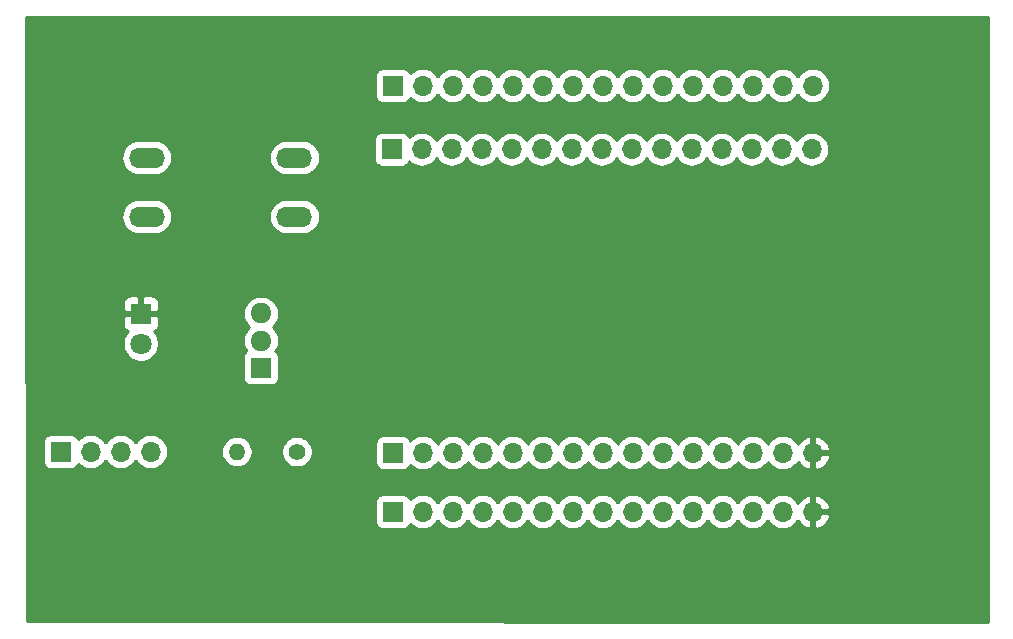
<source format=gbr>
G04 #@! TF.GenerationSoftware,KiCad,Pcbnew,(5.1.2)-1*
G04 #@! TF.CreationDate,2019-06-11T22:07:50+03:00*
G04 #@! TF.ProjectId,esp32-ac-board,65737033-322d-4616-932d-626f6172642e,rev?*
G04 #@! TF.SameCoordinates,Original*
G04 #@! TF.FileFunction,Copper,L2,Bot*
G04 #@! TF.FilePolarity,Positive*
%FSLAX46Y46*%
G04 Gerber Fmt 4.6, Leading zero omitted, Abs format (unit mm)*
G04 Created by KiCad (PCBNEW (5.1.2)-1) date 2019-06-11 22:07:50*
%MOMM*%
%LPD*%
G04 APERTURE LIST*
%ADD10R,1.800000X1.800000*%
%ADD11C,1.800000*%
%ADD12R,1.700000X1.700000*%
%ADD13O,1.700000X1.700000*%
%ADD14R,1.800000X1.717500*%
%ADD15O,1.800000X1.717500*%
%ADD16C,1.400000*%
%ADD17O,1.400000X1.400000*%
%ADD18O,3.048000X1.727200*%
%ADD19C,0.254000*%
G04 APERTURE END LIST*
D10*
X132080000Y-92964000D03*
D11*
X132080000Y-95504000D03*
D12*
X125290000Y-104648000D03*
D13*
X127830000Y-104648000D03*
X130370000Y-104648000D03*
X132910000Y-104648000D03*
X188885000Y-79045000D03*
X186345000Y-79045000D03*
X183805000Y-79045000D03*
X181265000Y-79045000D03*
X178725000Y-79045000D03*
X176185000Y-79045000D03*
X173645000Y-79045000D03*
X171105000Y-79045000D03*
X168565000Y-79045000D03*
X166025000Y-79045000D03*
X163485000Y-79045000D03*
X160945000Y-79045000D03*
X158405000Y-79045000D03*
X155865000Y-79045000D03*
D12*
X153325000Y-79045000D03*
X153325000Y-79045000D03*
D13*
X155865000Y-79045000D03*
X158405000Y-79045000D03*
X160945000Y-79045000D03*
X163485000Y-79045000D03*
X166025000Y-79045000D03*
X168565000Y-79045000D03*
X171105000Y-79045000D03*
X173645000Y-79045000D03*
X176185000Y-79045000D03*
X178725000Y-79045000D03*
X181265000Y-79045000D03*
X183805000Y-79045000D03*
X186345000Y-79045000D03*
X188885000Y-79045000D03*
X188985000Y-104745000D03*
X186445000Y-104745000D03*
X183905000Y-104745000D03*
X181365000Y-104745000D03*
X178825000Y-104745000D03*
X176285000Y-104745000D03*
X173745000Y-104745000D03*
X171205000Y-104745000D03*
X168665000Y-104745000D03*
X166125000Y-104745000D03*
X163585000Y-104745000D03*
X161045000Y-104745000D03*
X158505000Y-104745000D03*
X155965000Y-104745000D03*
D12*
X153425000Y-104745000D03*
X153425000Y-104745000D03*
D13*
X155965000Y-104745000D03*
X158505000Y-104745000D03*
X161045000Y-104745000D03*
X163585000Y-104745000D03*
X166125000Y-104745000D03*
X168665000Y-104745000D03*
X171205000Y-104745000D03*
X173745000Y-104745000D03*
X176285000Y-104745000D03*
X178825000Y-104745000D03*
X181365000Y-104745000D03*
X183905000Y-104745000D03*
X186445000Y-104745000D03*
X188985000Y-104745000D03*
X188976000Y-109728000D03*
X186436000Y-109728000D03*
X183896000Y-109728000D03*
X181356000Y-109728000D03*
X178816000Y-109728000D03*
X176276000Y-109728000D03*
X173736000Y-109728000D03*
X171196000Y-109728000D03*
X168656000Y-109728000D03*
X166116000Y-109728000D03*
X163576000Y-109728000D03*
X161036000Y-109728000D03*
X158496000Y-109728000D03*
X155956000Y-109728000D03*
D12*
X153416000Y-109728000D03*
X153416000Y-73660000D03*
D13*
X155956000Y-73660000D03*
X158496000Y-73660000D03*
X161036000Y-73660000D03*
X163576000Y-73660000D03*
X166116000Y-73660000D03*
X168656000Y-73660000D03*
X171196000Y-73660000D03*
X173736000Y-73660000D03*
X176276000Y-73660000D03*
X178816000Y-73660000D03*
X181356000Y-73660000D03*
X183896000Y-73660000D03*
X186436000Y-73660000D03*
X188976000Y-73660000D03*
D14*
X142240000Y-97536000D03*
D15*
X142240000Y-95246000D03*
X142240000Y-92956000D03*
D16*
X145288000Y-104648000D03*
D17*
X140208000Y-104648000D03*
D18*
X145088000Y-79756000D03*
X145088000Y-84756000D03*
X132588000Y-79756000D03*
X132588000Y-84756000D03*
D19*
G36*
X203810001Y-119099986D02*
G01*
X122451406Y-118975011D01*
X122426959Y-108878000D01*
X151927928Y-108878000D01*
X151927928Y-110578000D01*
X151940188Y-110702482D01*
X151976498Y-110822180D01*
X152035463Y-110932494D01*
X152114815Y-111029185D01*
X152211506Y-111108537D01*
X152321820Y-111167502D01*
X152441518Y-111203812D01*
X152566000Y-111216072D01*
X154266000Y-111216072D01*
X154390482Y-111203812D01*
X154510180Y-111167502D01*
X154620494Y-111108537D01*
X154717185Y-111029185D01*
X154796537Y-110932494D01*
X154855502Y-110822180D01*
X154876393Y-110753313D01*
X154900866Y-110783134D01*
X155126986Y-110968706D01*
X155384966Y-111106599D01*
X155664889Y-111191513D01*
X155883050Y-111213000D01*
X156028950Y-111213000D01*
X156247111Y-111191513D01*
X156527034Y-111106599D01*
X156785014Y-110968706D01*
X157011134Y-110783134D01*
X157196706Y-110557014D01*
X157226000Y-110502209D01*
X157255294Y-110557014D01*
X157440866Y-110783134D01*
X157666986Y-110968706D01*
X157924966Y-111106599D01*
X158204889Y-111191513D01*
X158423050Y-111213000D01*
X158568950Y-111213000D01*
X158787111Y-111191513D01*
X159067034Y-111106599D01*
X159325014Y-110968706D01*
X159551134Y-110783134D01*
X159736706Y-110557014D01*
X159766000Y-110502209D01*
X159795294Y-110557014D01*
X159980866Y-110783134D01*
X160206986Y-110968706D01*
X160464966Y-111106599D01*
X160744889Y-111191513D01*
X160963050Y-111213000D01*
X161108950Y-111213000D01*
X161327111Y-111191513D01*
X161607034Y-111106599D01*
X161865014Y-110968706D01*
X162091134Y-110783134D01*
X162276706Y-110557014D01*
X162306000Y-110502209D01*
X162335294Y-110557014D01*
X162520866Y-110783134D01*
X162746986Y-110968706D01*
X163004966Y-111106599D01*
X163284889Y-111191513D01*
X163503050Y-111213000D01*
X163648950Y-111213000D01*
X163867111Y-111191513D01*
X164147034Y-111106599D01*
X164405014Y-110968706D01*
X164631134Y-110783134D01*
X164816706Y-110557014D01*
X164846000Y-110502209D01*
X164875294Y-110557014D01*
X165060866Y-110783134D01*
X165286986Y-110968706D01*
X165544966Y-111106599D01*
X165824889Y-111191513D01*
X166043050Y-111213000D01*
X166188950Y-111213000D01*
X166407111Y-111191513D01*
X166687034Y-111106599D01*
X166945014Y-110968706D01*
X167171134Y-110783134D01*
X167356706Y-110557014D01*
X167386000Y-110502209D01*
X167415294Y-110557014D01*
X167600866Y-110783134D01*
X167826986Y-110968706D01*
X168084966Y-111106599D01*
X168364889Y-111191513D01*
X168583050Y-111213000D01*
X168728950Y-111213000D01*
X168947111Y-111191513D01*
X169227034Y-111106599D01*
X169485014Y-110968706D01*
X169711134Y-110783134D01*
X169896706Y-110557014D01*
X169926000Y-110502209D01*
X169955294Y-110557014D01*
X170140866Y-110783134D01*
X170366986Y-110968706D01*
X170624966Y-111106599D01*
X170904889Y-111191513D01*
X171123050Y-111213000D01*
X171268950Y-111213000D01*
X171487111Y-111191513D01*
X171767034Y-111106599D01*
X172025014Y-110968706D01*
X172251134Y-110783134D01*
X172436706Y-110557014D01*
X172466000Y-110502209D01*
X172495294Y-110557014D01*
X172680866Y-110783134D01*
X172906986Y-110968706D01*
X173164966Y-111106599D01*
X173444889Y-111191513D01*
X173663050Y-111213000D01*
X173808950Y-111213000D01*
X174027111Y-111191513D01*
X174307034Y-111106599D01*
X174565014Y-110968706D01*
X174791134Y-110783134D01*
X174976706Y-110557014D01*
X175006000Y-110502209D01*
X175035294Y-110557014D01*
X175220866Y-110783134D01*
X175446986Y-110968706D01*
X175704966Y-111106599D01*
X175984889Y-111191513D01*
X176203050Y-111213000D01*
X176348950Y-111213000D01*
X176567111Y-111191513D01*
X176847034Y-111106599D01*
X177105014Y-110968706D01*
X177331134Y-110783134D01*
X177516706Y-110557014D01*
X177546000Y-110502209D01*
X177575294Y-110557014D01*
X177760866Y-110783134D01*
X177986986Y-110968706D01*
X178244966Y-111106599D01*
X178524889Y-111191513D01*
X178743050Y-111213000D01*
X178888950Y-111213000D01*
X179107111Y-111191513D01*
X179387034Y-111106599D01*
X179645014Y-110968706D01*
X179871134Y-110783134D01*
X180056706Y-110557014D01*
X180086000Y-110502209D01*
X180115294Y-110557014D01*
X180300866Y-110783134D01*
X180526986Y-110968706D01*
X180784966Y-111106599D01*
X181064889Y-111191513D01*
X181283050Y-111213000D01*
X181428950Y-111213000D01*
X181647111Y-111191513D01*
X181927034Y-111106599D01*
X182185014Y-110968706D01*
X182411134Y-110783134D01*
X182596706Y-110557014D01*
X182626000Y-110502209D01*
X182655294Y-110557014D01*
X182840866Y-110783134D01*
X183066986Y-110968706D01*
X183324966Y-111106599D01*
X183604889Y-111191513D01*
X183823050Y-111213000D01*
X183968950Y-111213000D01*
X184187111Y-111191513D01*
X184467034Y-111106599D01*
X184725014Y-110968706D01*
X184951134Y-110783134D01*
X185136706Y-110557014D01*
X185166000Y-110502209D01*
X185195294Y-110557014D01*
X185380866Y-110783134D01*
X185606986Y-110968706D01*
X185864966Y-111106599D01*
X186144889Y-111191513D01*
X186363050Y-111213000D01*
X186508950Y-111213000D01*
X186727111Y-111191513D01*
X187007034Y-111106599D01*
X187265014Y-110968706D01*
X187491134Y-110783134D01*
X187676706Y-110557014D01*
X187711201Y-110492477D01*
X187780822Y-110609355D01*
X187975731Y-110825588D01*
X188209080Y-110999641D01*
X188471901Y-111124825D01*
X188619110Y-111169476D01*
X188849000Y-111048155D01*
X188849000Y-109855000D01*
X189103000Y-109855000D01*
X189103000Y-111048155D01*
X189332890Y-111169476D01*
X189480099Y-111124825D01*
X189742920Y-110999641D01*
X189976269Y-110825588D01*
X190171178Y-110609355D01*
X190320157Y-110359252D01*
X190417481Y-110084891D01*
X190296814Y-109855000D01*
X189103000Y-109855000D01*
X188849000Y-109855000D01*
X188829000Y-109855000D01*
X188829000Y-109601000D01*
X188849000Y-109601000D01*
X188849000Y-108407845D01*
X189103000Y-108407845D01*
X189103000Y-109601000D01*
X190296814Y-109601000D01*
X190417481Y-109371109D01*
X190320157Y-109096748D01*
X190171178Y-108846645D01*
X189976269Y-108630412D01*
X189742920Y-108456359D01*
X189480099Y-108331175D01*
X189332890Y-108286524D01*
X189103000Y-108407845D01*
X188849000Y-108407845D01*
X188619110Y-108286524D01*
X188471901Y-108331175D01*
X188209080Y-108456359D01*
X187975731Y-108630412D01*
X187780822Y-108846645D01*
X187711201Y-108963523D01*
X187676706Y-108898986D01*
X187491134Y-108672866D01*
X187265014Y-108487294D01*
X187007034Y-108349401D01*
X186727111Y-108264487D01*
X186508950Y-108243000D01*
X186363050Y-108243000D01*
X186144889Y-108264487D01*
X185864966Y-108349401D01*
X185606986Y-108487294D01*
X185380866Y-108672866D01*
X185195294Y-108898986D01*
X185166000Y-108953791D01*
X185136706Y-108898986D01*
X184951134Y-108672866D01*
X184725014Y-108487294D01*
X184467034Y-108349401D01*
X184187111Y-108264487D01*
X183968950Y-108243000D01*
X183823050Y-108243000D01*
X183604889Y-108264487D01*
X183324966Y-108349401D01*
X183066986Y-108487294D01*
X182840866Y-108672866D01*
X182655294Y-108898986D01*
X182626000Y-108953791D01*
X182596706Y-108898986D01*
X182411134Y-108672866D01*
X182185014Y-108487294D01*
X181927034Y-108349401D01*
X181647111Y-108264487D01*
X181428950Y-108243000D01*
X181283050Y-108243000D01*
X181064889Y-108264487D01*
X180784966Y-108349401D01*
X180526986Y-108487294D01*
X180300866Y-108672866D01*
X180115294Y-108898986D01*
X180086000Y-108953791D01*
X180056706Y-108898986D01*
X179871134Y-108672866D01*
X179645014Y-108487294D01*
X179387034Y-108349401D01*
X179107111Y-108264487D01*
X178888950Y-108243000D01*
X178743050Y-108243000D01*
X178524889Y-108264487D01*
X178244966Y-108349401D01*
X177986986Y-108487294D01*
X177760866Y-108672866D01*
X177575294Y-108898986D01*
X177546000Y-108953791D01*
X177516706Y-108898986D01*
X177331134Y-108672866D01*
X177105014Y-108487294D01*
X176847034Y-108349401D01*
X176567111Y-108264487D01*
X176348950Y-108243000D01*
X176203050Y-108243000D01*
X175984889Y-108264487D01*
X175704966Y-108349401D01*
X175446986Y-108487294D01*
X175220866Y-108672866D01*
X175035294Y-108898986D01*
X175006000Y-108953791D01*
X174976706Y-108898986D01*
X174791134Y-108672866D01*
X174565014Y-108487294D01*
X174307034Y-108349401D01*
X174027111Y-108264487D01*
X173808950Y-108243000D01*
X173663050Y-108243000D01*
X173444889Y-108264487D01*
X173164966Y-108349401D01*
X172906986Y-108487294D01*
X172680866Y-108672866D01*
X172495294Y-108898986D01*
X172466000Y-108953791D01*
X172436706Y-108898986D01*
X172251134Y-108672866D01*
X172025014Y-108487294D01*
X171767034Y-108349401D01*
X171487111Y-108264487D01*
X171268950Y-108243000D01*
X171123050Y-108243000D01*
X170904889Y-108264487D01*
X170624966Y-108349401D01*
X170366986Y-108487294D01*
X170140866Y-108672866D01*
X169955294Y-108898986D01*
X169926000Y-108953791D01*
X169896706Y-108898986D01*
X169711134Y-108672866D01*
X169485014Y-108487294D01*
X169227034Y-108349401D01*
X168947111Y-108264487D01*
X168728950Y-108243000D01*
X168583050Y-108243000D01*
X168364889Y-108264487D01*
X168084966Y-108349401D01*
X167826986Y-108487294D01*
X167600866Y-108672866D01*
X167415294Y-108898986D01*
X167386000Y-108953791D01*
X167356706Y-108898986D01*
X167171134Y-108672866D01*
X166945014Y-108487294D01*
X166687034Y-108349401D01*
X166407111Y-108264487D01*
X166188950Y-108243000D01*
X166043050Y-108243000D01*
X165824889Y-108264487D01*
X165544966Y-108349401D01*
X165286986Y-108487294D01*
X165060866Y-108672866D01*
X164875294Y-108898986D01*
X164846000Y-108953791D01*
X164816706Y-108898986D01*
X164631134Y-108672866D01*
X164405014Y-108487294D01*
X164147034Y-108349401D01*
X163867111Y-108264487D01*
X163648950Y-108243000D01*
X163503050Y-108243000D01*
X163284889Y-108264487D01*
X163004966Y-108349401D01*
X162746986Y-108487294D01*
X162520866Y-108672866D01*
X162335294Y-108898986D01*
X162306000Y-108953791D01*
X162276706Y-108898986D01*
X162091134Y-108672866D01*
X161865014Y-108487294D01*
X161607034Y-108349401D01*
X161327111Y-108264487D01*
X161108950Y-108243000D01*
X160963050Y-108243000D01*
X160744889Y-108264487D01*
X160464966Y-108349401D01*
X160206986Y-108487294D01*
X159980866Y-108672866D01*
X159795294Y-108898986D01*
X159766000Y-108953791D01*
X159736706Y-108898986D01*
X159551134Y-108672866D01*
X159325014Y-108487294D01*
X159067034Y-108349401D01*
X158787111Y-108264487D01*
X158568950Y-108243000D01*
X158423050Y-108243000D01*
X158204889Y-108264487D01*
X157924966Y-108349401D01*
X157666986Y-108487294D01*
X157440866Y-108672866D01*
X157255294Y-108898986D01*
X157226000Y-108953791D01*
X157196706Y-108898986D01*
X157011134Y-108672866D01*
X156785014Y-108487294D01*
X156527034Y-108349401D01*
X156247111Y-108264487D01*
X156028950Y-108243000D01*
X155883050Y-108243000D01*
X155664889Y-108264487D01*
X155384966Y-108349401D01*
X155126986Y-108487294D01*
X154900866Y-108672866D01*
X154876393Y-108702687D01*
X154855502Y-108633820D01*
X154796537Y-108523506D01*
X154717185Y-108426815D01*
X154620494Y-108347463D01*
X154510180Y-108288498D01*
X154390482Y-108252188D01*
X154266000Y-108239928D01*
X152566000Y-108239928D01*
X152441518Y-108252188D01*
X152321820Y-108288498D01*
X152211506Y-108347463D01*
X152114815Y-108426815D01*
X152035463Y-108523506D01*
X151976498Y-108633820D01*
X151940188Y-108753518D01*
X151927928Y-108878000D01*
X122426959Y-108878000D01*
X122414658Y-103798000D01*
X123801928Y-103798000D01*
X123801928Y-105498000D01*
X123814188Y-105622482D01*
X123850498Y-105742180D01*
X123909463Y-105852494D01*
X123988815Y-105949185D01*
X124085506Y-106028537D01*
X124195820Y-106087502D01*
X124315518Y-106123812D01*
X124440000Y-106136072D01*
X126140000Y-106136072D01*
X126264482Y-106123812D01*
X126384180Y-106087502D01*
X126494494Y-106028537D01*
X126591185Y-105949185D01*
X126670537Y-105852494D01*
X126729502Y-105742180D01*
X126750393Y-105673313D01*
X126774866Y-105703134D01*
X127000986Y-105888706D01*
X127258966Y-106026599D01*
X127538889Y-106111513D01*
X127757050Y-106133000D01*
X127902950Y-106133000D01*
X128121111Y-106111513D01*
X128401034Y-106026599D01*
X128659014Y-105888706D01*
X128885134Y-105703134D01*
X129070706Y-105477014D01*
X129100000Y-105422209D01*
X129129294Y-105477014D01*
X129314866Y-105703134D01*
X129540986Y-105888706D01*
X129798966Y-106026599D01*
X130078889Y-106111513D01*
X130297050Y-106133000D01*
X130442950Y-106133000D01*
X130661111Y-106111513D01*
X130941034Y-106026599D01*
X131199014Y-105888706D01*
X131425134Y-105703134D01*
X131610706Y-105477014D01*
X131640000Y-105422209D01*
X131669294Y-105477014D01*
X131854866Y-105703134D01*
X132080986Y-105888706D01*
X132338966Y-106026599D01*
X132618889Y-106111513D01*
X132837050Y-106133000D01*
X132982950Y-106133000D01*
X133201111Y-106111513D01*
X133481034Y-106026599D01*
X133739014Y-105888706D01*
X133965134Y-105703134D01*
X134150706Y-105477014D01*
X134288599Y-105219034D01*
X134373513Y-104939111D01*
X134402185Y-104648000D01*
X138866541Y-104648000D01*
X138892317Y-104909706D01*
X138968653Y-105161354D01*
X139092618Y-105393275D01*
X139259445Y-105596555D01*
X139462725Y-105763382D01*
X139694646Y-105887347D01*
X139946294Y-105963683D01*
X140142421Y-105983000D01*
X140273579Y-105983000D01*
X140469706Y-105963683D01*
X140721354Y-105887347D01*
X140953275Y-105763382D01*
X141156555Y-105596555D01*
X141323382Y-105393275D01*
X141447347Y-105161354D01*
X141523683Y-104909706D01*
X141549459Y-104648000D01*
X141536509Y-104516514D01*
X143953000Y-104516514D01*
X143953000Y-104779486D01*
X144004304Y-105037405D01*
X144104939Y-105280359D01*
X144251038Y-105499013D01*
X144436987Y-105684962D01*
X144655641Y-105831061D01*
X144898595Y-105931696D01*
X145156514Y-105983000D01*
X145419486Y-105983000D01*
X145677405Y-105931696D01*
X145920359Y-105831061D01*
X146139013Y-105684962D01*
X146324962Y-105499013D01*
X146471061Y-105280359D01*
X146571696Y-105037405D01*
X146623000Y-104779486D01*
X146623000Y-104516514D01*
X146571696Y-104258595D01*
X146471061Y-104015641D01*
X146390452Y-103895000D01*
X151936928Y-103895000D01*
X151936928Y-105595000D01*
X151949188Y-105719482D01*
X151985498Y-105839180D01*
X152044463Y-105949494D01*
X152123815Y-106046185D01*
X152220506Y-106125537D01*
X152330820Y-106184502D01*
X152450518Y-106220812D01*
X152575000Y-106233072D01*
X154275000Y-106233072D01*
X154399482Y-106220812D01*
X154519180Y-106184502D01*
X154629494Y-106125537D01*
X154726185Y-106046185D01*
X154805537Y-105949494D01*
X154864502Y-105839180D01*
X154885393Y-105770313D01*
X154909866Y-105800134D01*
X155135986Y-105985706D01*
X155393966Y-106123599D01*
X155673889Y-106208513D01*
X155892050Y-106230000D01*
X156037950Y-106230000D01*
X156256111Y-106208513D01*
X156536034Y-106123599D01*
X156794014Y-105985706D01*
X157020134Y-105800134D01*
X157205706Y-105574014D01*
X157235000Y-105519209D01*
X157264294Y-105574014D01*
X157449866Y-105800134D01*
X157675986Y-105985706D01*
X157933966Y-106123599D01*
X158213889Y-106208513D01*
X158432050Y-106230000D01*
X158577950Y-106230000D01*
X158796111Y-106208513D01*
X159076034Y-106123599D01*
X159334014Y-105985706D01*
X159560134Y-105800134D01*
X159745706Y-105574014D01*
X159775000Y-105519209D01*
X159804294Y-105574014D01*
X159989866Y-105800134D01*
X160215986Y-105985706D01*
X160473966Y-106123599D01*
X160753889Y-106208513D01*
X160972050Y-106230000D01*
X161117950Y-106230000D01*
X161336111Y-106208513D01*
X161616034Y-106123599D01*
X161874014Y-105985706D01*
X162100134Y-105800134D01*
X162285706Y-105574014D01*
X162315000Y-105519209D01*
X162344294Y-105574014D01*
X162529866Y-105800134D01*
X162755986Y-105985706D01*
X163013966Y-106123599D01*
X163293889Y-106208513D01*
X163512050Y-106230000D01*
X163657950Y-106230000D01*
X163876111Y-106208513D01*
X164156034Y-106123599D01*
X164414014Y-105985706D01*
X164640134Y-105800134D01*
X164825706Y-105574014D01*
X164855000Y-105519209D01*
X164884294Y-105574014D01*
X165069866Y-105800134D01*
X165295986Y-105985706D01*
X165553966Y-106123599D01*
X165833889Y-106208513D01*
X166052050Y-106230000D01*
X166197950Y-106230000D01*
X166416111Y-106208513D01*
X166696034Y-106123599D01*
X166954014Y-105985706D01*
X167180134Y-105800134D01*
X167365706Y-105574014D01*
X167395000Y-105519209D01*
X167424294Y-105574014D01*
X167609866Y-105800134D01*
X167835986Y-105985706D01*
X168093966Y-106123599D01*
X168373889Y-106208513D01*
X168592050Y-106230000D01*
X168737950Y-106230000D01*
X168956111Y-106208513D01*
X169236034Y-106123599D01*
X169494014Y-105985706D01*
X169720134Y-105800134D01*
X169905706Y-105574014D01*
X169935000Y-105519209D01*
X169964294Y-105574014D01*
X170149866Y-105800134D01*
X170375986Y-105985706D01*
X170633966Y-106123599D01*
X170913889Y-106208513D01*
X171132050Y-106230000D01*
X171277950Y-106230000D01*
X171496111Y-106208513D01*
X171776034Y-106123599D01*
X172034014Y-105985706D01*
X172260134Y-105800134D01*
X172445706Y-105574014D01*
X172475000Y-105519209D01*
X172504294Y-105574014D01*
X172689866Y-105800134D01*
X172915986Y-105985706D01*
X173173966Y-106123599D01*
X173453889Y-106208513D01*
X173672050Y-106230000D01*
X173817950Y-106230000D01*
X174036111Y-106208513D01*
X174316034Y-106123599D01*
X174574014Y-105985706D01*
X174800134Y-105800134D01*
X174985706Y-105574014D01*
X175015000Y-105519209D01*
X175044294Y-105574014D01*
X175229866Y-105800134D01*
X175455986Y-105985706D01*
X175713966Y-106123599D01*
X175993889Y-106208513D01*
X176212050Y-106230000D01*
X176357950Y-106230000D01*
X176576111Y-106208513D01*
X176856034Y-106123599D01*
X177114014Y-105985706D01*
X177340134Y-105800134D01*
X177525706Y-105574014D01*
X177555000Y-105519209D01*
X177584294Y-105574014D01*
X177769866Y-105800134D01*
X177995986Y-105985706D01*
X178253966Y-106123599D01*
X178533889Y-106208513D01*
X178752050Y-106230000D01*
X178897950Y-106230000D01*
X179116111Y-106208513D01*
X179396034Y-106123599D01*
X179654014Y-105985706D01*
X179880134Y-105800134D01*
X180065706Y-105574014D01*
X180095000Y-105519209D01*
X180124294Y-105574014D01*
X180309866Y-105800134D01*
X180535986Y-105985706D01*
X180793966Y-106123599D01*
X181073889Y-106208513D01*
X181292050Y-106230000D01*
X181437950Y-106230000D01*
X181656111Y-106208513D01*
X181936034Y-106123599D01*
X182194014Y-105985706D01*
X182420134Y-105800134D01*
X182605706Y-105574014D01*
X182635000Y-105519209D01*
X182664294Y-105574014D01*
X182849866Y-105800134D01*
X183075986Y-105985706D01*
X183333966Y-106123599D01*
X183613889Y-106208513D01*
X183832050Y-106230000D01*
X183977950Y-106230000D01*
X184196111Y-106208513D01*
X184476034Y-106123599D01*
X184734014Y-105985706D01*
X184960134Y-105800134D01*
X185145706Y-105574014D01*
X185175000Y-105519209D01*
X185204294Y-105574014D01*
X185389866Y-105800134D01*
X185615986Y-105985706D01*
X185873966Y-106123599D01*
X186153889Y-106208513D01*
X186372050Y-106230000D01*
X186517950Y-106230000D01*
X186736111Y-106208513D01*
X187016034Y-106123599D01*
X187274014Y-105985706D01*
X187500134Y-105800134D01*
X187685706Y-105574014D01*
X187720201Y-105509477D01*
X187789822Y-105626355D01*
X187984731Y-105842588D01*
X188218080Y-106016641D01*
X188480901Y-106141825D01*
X188628110Y-106186476D01*
X188858000Y-106065155D01*
X188858000Y-104872000D01*
X189112000Y-104872000D01*
X189112000Y-106065155D01*
X189341890Y-106186476D01*
X189489099Y-106141825D01*
X189751920Y-106016641D01*
X189985269Y-105842588D01*
X190180178Y-105626355D01*
X190329157Y-105376252D01*
X190426481Y-105101891D01*
X190305814Y-104872000D01*
X189112000Y-104872000D01*
X188858000Y-104872000D01*
X188838000Y-104872000D01*
X188838000Y-104618000D01*
X188858000Y-104618000D01*
X188858000Y-103424845D01*
X189112000Y-103424845D01*
X189112000Y-104618000D01*
X190305814Y-104618000D01*
X190426481Y-104388109D01*
X190329157Y-104113748D01*
X190180178Y-103863645D01*
X189985269Y-103647412D01*
X189751920Y-103473359D01*
X189489099Y-103348175D01*
X189341890Y-103303524D01*
X189112000Y-103424845D01*
X188858000Y-103424845D01*
X188628110Y-103303524D01*
X188480901Y-103348175D01*
X188218080Y-103473359D01*
X187984731Y-103647412D01*
X187789822Y-103863645D01*
X187720201Y-103980523D01*
X187685706Y-103915986D01*
X187500134Y-103689866D01*
X187274014Y-103504294D01*
X187016034Y-103366401D01*
X186736111Y-103281487D01*
X186517950Y-103260000D01*
X186372050Y-103260000D01*
X186153889Y-103281487D01*
X185873966Y-103366401D01*
X185615986Y-103504294D01*
X185389866Y-103689866D01*
X185204294Y-103915986D01*
X185175000Y-103970791D01*
X185145706Y-103915986D01*
X184960134Y-103689866D01*
X184734014Y-103504294D01*
X184476034Y-103366401D01*
X184196111Y-103281487D01*
X183977950Y-103260000D01*
X183832050Y-103260000D01*
X183613889Y-103281487D01*
X183333966Y-103366401D01*
X183075986Y-103504294D01*
X182849866Y-103689866D01*
X182664294Y-103915986D01*
X182635000Y-103970791D01*
X182605706Y-103915986D01*
X182420134Y-103689866D01*
X182194014Y-103504294D01*
X181936034Y-103366401D01*
X181656111Y-103281487D01*
X181437950Y-103260000D01*
X181292050Y-103260000D01*
X181073889Y-103281487D01*
X180793966Y-103366401D01*
X180535986Y-103504294D01*
X180309866Y-103689866D01*
X180124294Y-103915986D01*
X180095000Y-103970791D01*
X180065706Y-103915986D01*
X179880134Y-103689866D01*
X179654014Y-103504294D01*
X179396034Y-103366401D01*
X179116111Y-103281487D01*
X178897950Y-103260000D01*
X178752050Y-103260000D01*
X178533889Y-103281487D01*
X178253966Y-103366401D01*
X177995986Y-103504294D01*
X177769866Y-103689866D01*
X177584294Y-103915986D01*
X177555000Y-103970791D01*
X177525706Y-103915986D01*
X177340134Y-103689866D01*
X177114014Y-103504294D01*
X176856034Y-103366401D01*
X176576111Y-103281487D01*
X176357950Y-103260000D01*
X176212050Y-103260000D01*
X175993889Y-103281487D01*
X175713966Y-103366401D01*
X175455986Y-103504294D01*
X175229866Y-103689866D01*
X175044294Y-103915986D01*
X175015000Y-103970791D01*
X174985706Y-103915986D01*
X174800134Y-103689866D01*
X174574014Y-103504294D01*
X174316034Y-103366401D01*
X174036111Y-103281487D01*
X173817950Y-103260000D01*
X173672050Y-103260000D01*
X173453889Y-103281487D01*
X173173966Y-103366401D01*
X172915986Y-103504294D01*
X172689866Y-103689866D01*
X172504294Y-103915986D01*
X172475000Y-103970791D01*
X172445706Y-103915986D01*
X172260134Y-103689866D01*
X172034014Y-103504294D01*
X171776034Y-103366401D01*
X171496111Y-103281487D01*
X171277950Y-103260000D01*
X171132050Y-103260000D01*
X170913889Y-103281487D01*
X170633966Y-103366401D01*
X170375986Y-103504294D01*
X170149866Y-103689866D01*
X169964294Y-103915986D01*
X169935000Y-103970791D01*
X169905706Y-103915986D01*
X169720134Y-103689866D01*
X169494014Y-103504294D01*
X169236034Y-103366401D01*
X168956111Y-103281487D01*
X168737950Y-103260000D01*
X168592050Y-103260000D01*
X168373889Y-103281487D01*
X168093966Y-103366401D01*
X167835986Y-103504294D01*
X167609866Y-103689866D01*
X167424294Y-103915986D01*
X167395000Y-103970791D01*
X167365706Y-103915986D01*
X167180134Y-103689866D01*
X166954014Y-103504294D01*
X166696034Y-103366401D01*
X166416111Y-103281487D01*
X166197950Y-103260000D01*
X166052050Y-103260000D01*
X165833889Y-103281487D01*
X165553966Y-103366401D01*
X165295986Y-103504294D01*
X165069866Y-103689866D01*
X164884294Y-103915986D01*
X164855000Y-103970791D01*
X164825706Y-103915986D01*
X164640134Y-103689866D01*
X164414014Y-103504294D01*
X164156034Y-103366401D01*
X163876111Y-103281487D01*
X163657950Y-103260000D01*
X163512050Y-103260000D01*
X163293889Y-103281487D01*
X163013966Y-103366401D01*
X162755986Y-103504294D01*
X162529866Y-103689866D01*
X162344294Y-103915986D01*
X162315000Y-103970791D01*
X162285706Y-103915986D01*
X162100134Y-103689866D01*
X161874014Y-103504294D01*
X161616034Y-103366401D01*
X161336111Y-103281487D01*
X161117950Y-103260000D01*
X160972050Y-103260000D01*
X160753889Y-103281487D01*
X160473966Y-103366401D01*
X160215986Y-103504294D01*
X159989866Y-103689866D01*
X159804294Y-103915986D01*
X159775000Y-103970791D01*
X159745706Y-103915986D01*
X159560134Y-103689866D01*
X159334014Y-103504294D01*
X159076034Y-103366401D01*
X158796111Y-103281487D01*
X158577950Y-103260000D01*
X158432050Y-103260000D01*
X158213889Y-103281487D01*
X157933966Y-103366401D01*
X157675986Y-103504294D01*
X157449866Y-103689866D01*
X157264294Y-103915986D01*
X157235000Y-103970791D01*
X157205706Y-103915986D01*
X157020134Y-103689866D01*
X156794014Y-103504294D01*
X156536034Y-103366401D01*
X156256111Y-103281487D01*
X156037950Y-103260000D01*
X155892050Y-103260000D01*
X155673889Y-103281487D01*
X155393966Y-103366401D01*
X155135986Y-103504294D01*
X154909866Y-103689866D01*
X154885393Y-103719687D01*
X154864502Y-103650820D01*
X154805537Y-103540506D01*
X154726185Y-103443815D01*
X154629494Y-103364463D01*
X154519180Y-103305498D01*
X154399482Y-103269188D01*
X154275000Y-103256928D01*
X152575000Y-103256928D01*
X152450518Y-103269188D01*
X152330820Y-103305498D01*
X152220506Y-103364463D01*
X152123815Y-103443815D01*
X152044463Y-103540506D01*
X151985498Y-103650820D01*
X151949188Y-103770518D01*
X151936928Y-103895000D01*
X146390452Y-103895000D01*
X146324962Y-103796987D01*
X146139013Y-103611038D01*
X145920359Y-103464939D01*
X145677405Y-103364304D01*
X145419486Y-103313000D01*
X145156514Y-103313000D01*
X144898595Y-103364304D01*
X144655641Y-103464939D01*
X144436987Y-103611038D01*
X144251038Y-103796987D01*
X144104939Y-104015641D01*
X144004304Y-104258595D01*
X143953000Y-104516514D01*
X141536509Y-104516514D01*
X141523683Y-104386294D01*
X141447347Y-104134646D01*
X141323382Y-103902725D01*
X141156555Y-103699445D01*
X140953275Y-103532618D01*
X140721354Y-103408653D01*
X140469706Y-103332317D01*
X140273579Y-103313000D01*
X140142421Y-103313000D01*
X139946294Y-103332317D01*
X139694646Y-103408653D01*
X139462725Y-103532618D01*
X139259445Y-103699445D01*
X139092618Y-103902725D01*
X138968653Y-104134646D01*
X138892317Y-104386294D01*
X138866541Y-104648000D01*
X134402185Y-104648000D01*
X134373513Y-104356889D01*
X134288599Y-104076966D01*
X134150706Y-103818986D01*
X133965134Y-103592866D01*
X133739014Y-103407294D01*
X133481034Y-103269401D01*
X133201111Y-103184487D01*
X132982950Y-103163000D01*
X132837050Y-103163000D01*
X132618889Y-103184487D01*
X132338966Y-103269401D01*
X132080986Y-103407294D01*
X131854866Y-103592866D01*
X131669294Y-103818986D01*
X131640000Y-103873791D01*
X131610706Y-103818986D01*
X131425134Y-103592866D01*
X131199014Y-103407294D01*
X130941034Y-103269401D01*
X130661111Y-103184487D01*
X130442950Y-103163000D01*
X130297050Y-103163000D01*
X130078889Y-103184487D01*
X129798966Y-103269401D01*
X129540986Y-103407294D01*
X129314866Y-103592866D01*
X129129294Y-103818986D01*
X129100000Y-103873791D01*
X129070706Y-103818986D01*
X128885134Y-103592866D01*
X128659014Y-103407294D01*
X128401034Y-103269401D01*
X128121111Y-103184487D01*
X127902950Y-103163000D01*
X127757050Y-103163000D01*
X127538889Y-103184487D01*
X127258966Y-103269401D01*
X127000986Y-103407294D01*
X126774866Y-103592866D01*
X126750393Y-103622687D01*
X126729502Y-103553820D01*
X126670537Y-103443506D01*
X126591185Y-103346815D01*
X126494494Y-103267463D01*
X126384180Y-103208498D01*
X126264482Y-103172188D01*
X126140000Y-103159928D01*
X124440000Y-103159928D01*
X124315518Y-103172188D01*
X124195820Y-103208498D01*
X124085506Y-103267463D01*
X123988815Y-103346815D01*
X123909463Y-103443506D01*
X123850498Y-103553820D01*
X123814188Y-103673518D01*
X123801928Y-103798000D01*
X122414658Y-103798000D01*
X122390605Y-93864000D01*
X130541928Y-93864000D01*
X130554188Y-93988482D01*
X130590498Y-94108180D01*
X130649463Y-94218494D01*
X130728815Y-94315185D01*
X130825506Y-94394537D01*
X130935820Y-94453502D01*
X130954127Y-94459056D01*
X130887688Y-94525495D01*
X130719701Y-94776905D01*
X130603989Y-95056257D01*
X130545000Y-95352816D01*
X130545000Y-95655184D01*
X130603989Y-95951743D01*
X130719701Y-96231095D01*
X130887688Y-96482505D01*
X131101495Y-96696312D01*
X131352905Y-96864299D01*
X131632257Y-96980011D01*
X131928816Y-97039000D01*
X132231184Y-97039000D01*
X132527743Y-96980011D01*
X132807095Y-96864299D01*
X133058505Y-96696312D01*
X133272312Y-96482505D01*
X133440299Y-96231095D01*
X133556011Y-95951743D01*
X133615000Y-95655184D01*
X133615000Y-95352816D01*
X133556011Y-95056257D01*
X133440299Y-94776905D01*
X133272312Y-94525495D01*
X133205873Y-94459056D01*
X133224180Y-94453502D01*
X133334494Y-94394537D01*
X133431185Y-94315185D01*
X133510537Y-94218494D01*
X133569502Y-94108180D01*
X133605812Y-93988482D01*
X133618072Y-93864000D01*
X133615000Y-93249750D01*
X133456250Y-93091000D01*
X132207000Y-93091000D01*
X132207000Y-93111000D01*
X131953000Y-93111000D01*
X131953000Y-93091000D01*
X130703750Y-93091000D01*
X130545000Y-93249750D01*
X130541928Y-93864000D01*
X122390605Y-93864000D01*
X122388407Y-92956000D01*
X140697773Y-92956000D01*
X140726614Y-93248826D01*
X140812028Y-93530399D01*
X140950733Y-93789898D01*
X141137399Y-94017351D01*
X141239326Y-94101000D01*
X141137399Y-94184649D01*
X140950733Y-94412102D01*
X140812028Y-94671601D01*
X140726614Y-94953174D01*
X140697773Y-95246000D01*
X140726614Y-95538826D01*
X140812028Y-95820399D01*
X140950733Y-96079898D01*
X140999450Y-96139260D01*
X140985506Y-96146713D01*
X140888815Y-96226065D01*
X140809463Y-96322756D01*
X140750498Y-96433070D01*
X140714188Y-96552768D01*
X140701928Y-96677250D01*
X140701928Y-98394750D01*
X140714188Y-98519232D01*
X140750498Y-98638930D01*
X140809463Y-98749244D01*
X140888815Y-98845935D01*
X140985506Y-98925287D01*
X141095820Y-98984252D01*
X141215518Y-99020562D01*
X141340000Y-99032822D01*
X143140000Y-99032822D01*
X143264482Y-99020562D01*
X143384180Y-98984252D01*
X143494494Y-98925287D01*
X143591185Y-98845935D01*
X143670537Y-98749244D01*
X143729502Y-98638930D01*
X143765812Y-98519232D01*
X143778072Y-98394750D01*
X143778072Y-96677250D01*
X143765812Y-96552768D01*
X143729502Y-96433070D01*
X143670537Y-96322756D01*
X143591185Y-96226065D01*
X143494494Y-96146713D01*
X143480550Y-96139260D01*
X143529267Y-96079898D01*
X143667972Y-95820399D01*
X143753386Y-95538826D01*
X143782227Y-95246000D01*
X143753386Y-94953174D01*
X143667972Y-94671601D01*
X143529267Y-94412102D01*
X143342601Y-94184649D01*
X143240674Y-94101000D01*
X143342601Y-94017351D01*
X143529267Y-93789898D01*
X143667972Y-93530399D01*
X143753386Y-93248826D01*
X143782227Y-92956000D01*
X143753386Y-92663174D01*
X143667972Y-92381601D01*
X143529267Y-92122102D01*
X143342601Y-91894649D01*
X143115148Y-91707983D01*
X142855649Y-91569278D01*
X142574076Y-91483864D01*
X142354627Y-91462250D01*
X142125373Y-91462250D01*
X141905924Y-91483864D01*
X141624351Y-91569278D01*
X141364852Y-91707983D01*
X141137399Y-91894649D01*
X140950733Y-92122102D01*
X140812028Y-92381601D01*
X140726614Y-92663174D01*
X140697773Y-92956000D01*
X122388407Y-92956000D01*
X122386247Y-92064000D01*
X130541928Y-92064000D01*
X130545000Y-92678250D01*
X130703750Y-92837000D01*
X131953000Y-92837000D01*
X131953000Y-91587750D01*
X132207000Y-91587750D01*
X132207000Y-92837000D01*
X133456250Y-92837000D01*
X133615000Y-92678250D01*
X133618072Y-92064000D01*
X133605812Y-91939518D01*
X133569502Y-91819820D01*
X133510537Y-91709506D01*
X133431185Y-91612815D01*
X133334494Y-91533463D01*
X133224180Y-91474498D01*
X133104482Y-91438188D01*
X132980000Y-91425928D01*
X132365750Y-91429000D01*
X132207000Y-91587750D01*
X131953000Y-91587750D01*
X131794250Y-91429000D01*
X131180000Y-91425928D01*
X131055518Y-91438188D01*
X130935820Y-91474498D01*
X130825506Y-91533463D01*
X130728815Y-91612815D01*
X130649463Y-91709506D01*
X130590498Y-91819820D01*
X130554188Y-91939518D01*
X130541928Y-92064000D01*
X122386247Y-92064000D01*
X122368551Y-84756000D01*
X130421749Y-84756000D01*
X130450684Y-85049777D01*
X130536375Y-85332264D01*
X130675531Y-85592606D01*
X130862803Y-85820797D01*
X131090994Y-86008069D01*
X131351336Y-86147225D01*
X131633823Y-86232916D01*
X131853981Y-86254600D01*
X133322019Y-86254600D01*
X133542177Y-86232916D01*
X133824664Y-86147225D01*
X134085006Y-86008069D01*
X134313197Y-85820797D01*
X134500469Y-85592606D01*
X134639625Y-85332264D01*
X134725316Y-85049777D01*
X134754251Y-84756000D01*
X142921749Y-84756000D01*
X142950684Y-85049777D01*
X143036375Y-85332264D01*
X143175531Y-85592606D01*
X143362803Y-85820797D01*
X143590994Y-86008069D01*
X143851336Y-86147225D01*
X144133823Y-86232916D01*
X144353981Y-86254600D01*
X145822019Y-86254600D01*
X146042177Y-86232916D01*
X146324664Y-86147225D01*
X146585006Y-86008069D01*
X146813197Y-85820797D01*
X147000469Y-85592606D01*
X147139625Y-85332264D01*
X147225316Y-85049777D01*
X147254251Y-84756000D01*
X147225316Y-84462223D01*
X147139625Y-84179736D01*
X147000469Y-83919394D01*
X146813197Y-83691203D01*
X146585006Y-83503931D01*
X146324664Y-83364775D01*
X146042177Y-83279084D01*
X145822019Y-83257400D01*
X144353981Y-83257400D01*
X144133823Y-83279084D01*
X143851336Y-83364775D01*
X143590994Y-83503931D01*
X143362803Y-83691203D01*
X143175531Y-83919394D01*
X143036375Y-84179736D01*
X142950684Y-84462223D01*
X142921749Y-84756000D01*
X134754251Y-84756000D01*
X134725316Y-84462223D01*
X134639625Y-84179736D01*
X134500469Y-83919394D01*
X134313197Y-83691203D01*
X134085006Y-83503931D01*
X133824664Y-83364775D01*
X133542177Y-83279084D01*
X133322019Y-83257400D01*
X131853981Y-83257400D01*
X131633823Y-83279084D01*
X131351336Y-83364775D01*
X131090994Y-83503931D01*
X130862803Y-83691203D01*
X130675531Y-83919394D01*
X130536375Y-84179736D01*
X130450684Y-84462223D01*
X130421749Y-84756000D01*
X122368551Y-84756000D01*
X122356445Y-79756000D01*
X130421749Y-79756000D01*
X130450684Y-80049777D01*
X130536375Y-80332264D01*
X130675531Y-80592606D01*
X130862803Y-80820797D01*
X131090994Y-81008069D01*
X131351336Y-81147225D01*
X131633823Y-81232916D01*
X131853981Y-81254600D01*
X133322019Y-81254600D01*
X133542177Y-81232916D01*
X133824664Y-81147225D01*
X134085006Y-81008069D01*
X134313197Y-80820797D01*
X134500469Y-80592606D01*
X134639625Y-80332264D01*
X134725316Y-80049777D01*
X134754251Y-79756000D01*
X142921749Y-79756000D01*
X142950684Y-80049777D01*
X143036375Y-80332264D01*
X143175531Y-80592606D01*
X143362803Y-80820797D01*
X143590994Y-81008069D01*
X143851336Y-81147225D01*
X144133823Y-81232916D01*
X144353981Y-81254600D01*
X145822019Y-81254600D01*
X146042177Y-81232916D01*
X146324664Y-81147225D01*
X146585006Y-81008069D01*
X146813197Y-80820797D01*
X147000469Y-80592606D01*
X147139625Y-80332264D01*
X147225316Y-80049777D01*
X147254251Y-79756000D01*
X147225316Y-79462223D01*
X147139625Y-79179736D01*
X147000469Y-78919394D01*
X146813197Y-78691203D01*
X146585006Y-78503931D01*
X146324664Y-78364775D01*
X146042177Y-78279084D01*
X145822019Y-78257400D01*
X144353981Y-78257400D01*
X144133823Y-78279084D01*
X143851336Y-78364775D01*
X143590994Y-78503931D01*
X143362803Y-78691203D01*
X143175531Y-78919394D01*
X143036375Y-79179736D01*
X142950684Y-79462223D01*
X142921749Y-79756000D01*
X134754251Y-79756000D01*
X134725316Y-79462223D01*
X134639625Y-79179736D01*
X134500469Y-78919394D01*
X134313197Y-78691203D01*
X134085006Y-78503931D01*
X133824664Y-78364775D01*
X133542177Y-78279084D01*
X133322019Y-78257400D01*
X131853981Y-78257400D01*
X131633823Y-78279084D01*
X131351336Y-78364775D01*
X131090994Y-78503931D01*
X130862803Y-78691203D01*
X130675531Y-78919394D01*
X130536375Y-79179736D01*
X130450684Y-79462223D01*
X130421749Y-79756000D01*
X122356445Y-79756000D01*
X122352666Y-78195000D01*
X151836928Y-78195000D01*
X151836928Y-79895000D01*
X151849188Y-80019482D01*
X151885498Y-80139180D01*
X151944463Y-80249494D01*
X152023815Y-80346185D01*
X152120506Y-80425537D01*
X152230820Y-80484502D01*
X152350518Y-80520812D01*
X152475000Y-80533072D01*
X154175000Y-80533072D01*
X154299482Y-80520812D01*
X154419180Y-80484502D01*
X154529494Y-80425537D01*
X154626185Y-80346185D01*
X154705537Y-80249494D01*
X154764502Y-80139180D01*
X154785393Y-80070313D01*
X154809866Y-80100134D01*
X155035986Y-80285706D01*
X155293966Y-80423599D01*
X155573889Y-80508513D01*
X155792050Y-80530000D01*
X155937950Y-80530000D01*
X156156111Y-80508513D01*
X156436034Y-80423599D01*
X156694014Y-80285706D01*
X156920134Y-80100134D01*
X157105706Y-79874014D01*
X157135000Y-79819209D01*
X157164294Y-79874014D01*
X157349866Y-80100134D01*
X157575986Y-80285706D01*
X157833966Y-80423599D01*
X158113889Y-80508513D01*
X158332050Y-80530000D01*
X158477950Y-80530000D01*
X158696111Y-80508513D01*
X158976034Y-80423599D01*
X159234014Y-80285706D01*
X159460134Y-80100134D01*
X159645706Y-79874014D01*
X159675000Y-79819209D01*
X159704294Y-79874014D01*
X159889866Y-80100134D01*
X160115986Y-80285706D01*
X160373966Y-80423599D01*
X160653889Y-80508513D01*
X160872050Y-80530000D01*
X161017950Y-80530000D01*
X161236111Y-80508513D01*
X161516034Y-80423599D01*
X161774014Y-80285706D01*
X162000134Y-80100134D01*
X162185706Y-79874014D01*
X162215000Y-79819209D01*
X162244294Y-79874014D01*
X162429866Y-80100134D01*
X162655986Y-80285706D01*
X162913966Y-80423599D01*
X163193889Y-80508513D01*
X163412050Y-80530000D01*
X163557950Y-80530000D01*
X163776111Y-80508513D01*
X164056034Y-80423599D01*
X164314014Y-80285706D01*
X164540134Y-80100134D01*
X164725706Y-79874014D01*
X164755000Y-79819209D01*
X164784294Y-79874014D01*
X164969866Y-80100134D01*
X165195986Y-80285706D01*
X165453966Y-80423599D01*
X165733889Y-80508513D01*
X165952050Y-80530000D01*
X166097950Y-80530000D01*
X166316111Y-80508513D01*
X166596034Y-80423599D01*
X166854014Y-80285706D01*
X167080134Y-80100134D01*
X167265706Y-79874014D01*
X167295000Y-79819209D01*
X167324294Y-79874014D01*
X167509866Y-80100134D01*
X167735986Y-80285706D01*
X167993966Y-80423599D01*
X168273889Y-80508513D01*
X168492050Y-80530000D01*
X168637950Y-80530000D01*
X168856111Y-80508513D01*
X169136034Y-80423599D01*
X169394014Y-80285706D01*
X169620134Y-80100134D01*
X169805706Y-79874014D01*
X169835000Y-79819209D01*
X169864294Y-79874014D01*
X170049866Y-80100134D01*
X170275986Y-80285706D01*
X170533966Y-80423599D01*
X170813889Y-80508513D01*
X171032050Y-80530000D01*
X171177950Y-80530000D01*
X171396111Y-80508513D01*
X171676034Y-80423599D01*
X171934014Y-80285706D01*
X172160134Y-80100134D01*
X172345706Y-79874014D01*
X172375000Y-79819209D01*
X172404294Y-79874014D01*
X172589866Y-80100134D01*
X172815986Y-80285706D01*
X173073966Y-80423599D01*
X173353889Y-80508513D01*
X173572050Y-80530000D01*
X173717950Y-80530000D01*
X173936111Y-80508513D01*
X174216034Y-80423599D01*
X174474014Y-80285706D01*
X174700134Y-80100134D01*
X174885706Y-79874014D01*
X174915000Y-79819209D01*
X174944294Y-79874014D01*
X175129866Y-80100134D01*
X175355986Y-80285706D01*
X175613966Y-80423599D01*
X175893889Y-80508513D01*
X176112050Y-80530000D01*
X176257950Y-80530000D01*
X176476111Y-80508513D01*
X176756034Y-80423599D01*
X177014014Y-80285706D01*
X177240134Y-80100134D01*
X177425706Y-79874014D01*
X177455000Y-79819209D01*
X177484294Y-79874014D01*
X177669866Y-80100134D01*
X177895986Y-80285706D01*
X178153966Y-80423599D01*
X178433889Y-80508513D01*
X178652050Y-80530000D01*
X178797950Y-80530000D01*
X179016111Y-80508513D01*
X179296034Y-80423599D01*
X179554014Y-80285706D01*
X179780134Y-80100134D01*
X179965706Y-79874014D01*
X179995000Y-79819209D01*
X180024294Y-79874014D01*
X180209866Y-80100134D01*
X180435986Y-80285706D01*
X180693966Y-80423599D01*
X180973889Y-80508513D01*
X181192050Y-80530000D01*
X181337950Y-80530000D01*
X181556111Y-80508513D01*
X181836034Y-80423599D01*
X182094014Y-80285706D01*
X182320134Y-80100134D01*
X182505706Y-79874014D01*
X182535000Y-79819209D01*
X182564294Y-79874014D01*
X182749866Y-80100134D01*
X182975986Y-80285706D01*
X183233966Y-80423599D01*
X183513889Y-80508513D01*
X183732050Y-80530000D01*
X183877950Y-80530000D01*
X184096111Y-80508513D01*
X184376034Y-80423599D01*
X184634014Y-80285706D01*
X184860134Y-80100134D01*
X185045706Y-79874014D01*
X185075000Y-79819209D01*
X185104294Y-79874014D01*
X185289866Y-80100134D01*
X185515986Y-80285706D01*
X185773966Y-80423599D01*
X186053889Y-80508513D01*
X186272050Y-80530000D01*
X186417950Y-80530000D01*
X186636111Y-80508513D01*
X186916034Y-80423599D01*
X187174014Y-80285706D01*
X187400134Y-80100134D01*
X187585706Y-79874014D01*
X187615000Y-79819209D01*
X187644294Y-79874014D01*
X187829866Y-80100134D01*
X188055986Y-80285706D01*
X188313966Y-80423599D01*
X188593889Y-80508513D01*
X188812050Y-80530000D01*
X188957950Y-80530000D01*
X189176111Y-80508513D01*
X189456034Y-80423599D01*
X189714014Y-80285706D01*
X189940134Y-80100134D01*
X190125706Y-79874014D01*
X190263599Y-79616034D01*
X190348513Y-79336111D01*
X190377185Y-79045000D01*
X190348513Y-78753889D01*
X190263599Y-78473966D01*
X190125706Y-78215986D01*
X189940134Y-77989866D01*
X189714014Y-77804294D01*
X189456034Y-77666401D01*
X189176111Y-77581487D01*
X188957950Y-77560000D01*
X188812050Y-77560000D01*
X188593889Y-77581487D01*
X188313966Y-77666401D01*
X188055986Y-77804294D01*
X187829866Y-77989866D01*
X187644294Y-78215986D01*
X187615000Y-78270791D01*
X187585706Y-78215986D01*
X187400134Y-77989866D01*
X187174014Y-77804294D01*
X186916034Y-77666401D01*
X186636111Y-77581487D01*
X186417950Y-77560000D01*
X186272050Y-77560000D01*
X186053889Y-77581487D01*
X185773966Y-77666401D01*
X185515986Y-77804294D01*
X185289866Y-77989866D01*
X185104294Y-78215986D01*
X185075000Y-78270791D01*
X185045706Y-78215986D01*
X184860134Y-77989866D01*
X184634014Y-77804294D01*
X184376034Y-77666401D01*
X184096111Y-77581487D01*
X183877950Y-77560000D01*
X183732050Y-77560000D01*
X183513889Y-77581487D01*
X183233966Y-77666401D01*
X182975986Y-77804294D01*
X182749866Y-77989866D01*
X182564294Y-78215986D01*
X182535000Y-78270791D01*
X182505706Y-78215986D01*
X182320134Y-77989866D01*
X182094014Y-77804294D01*
X181836034Y-77666401D01*
X181556111Y-77581487D01*
X181337950Y-77560000D01*
X181192050Y-77560000D01*
X180973889Y-77581487D01*
X180693966Y-77666401D01*
X180435986Y-77804294D01*
X180209866Y-77989866D01*
X180024294Y-78215986D01*
X179995000Y-78270791D01*
X179965706Y-78215986D01*
X179780134Y-77989866D01*
X179554014Y-77804294D01*
X179296034Y-77666401D01*
X179016111Y-77581487D01*
X178797950Y-77560000D01*
X178652050Y-77560000D01*
X178433889Y-77581487D01*
X178153966Y-77666401D01*
X177895986Y-77804294D01*
X177669866Y-77989866D01*
X177484294Y-78215986D01*
X177455000Y-78270791D01*
X177425706Y-78215986D01*
X177240134Y-77989866D01*
X177014014Y-77804294D01*
X176756034Y-77666401D01*
X176476111Y-77581487D01*
X176257950Y-77560000D01*
X176112050Y-77560000D01*
X175893889Y-77581487D01*
X175613966Y-77666401D01*
X175355986Y-77804294D01*
X175129866Y-77989866D01*
X174944294Y-78215986D01*
X174915000Y-78270791D01*
X174885706Y-78215986D01*
X174700134Y-77989866D01*
X174474014Y-77804294D01*
X174216034Y-77666401D01*
X173936111Y-77581487D01*
X173717950Y-77560000D01*
X173572050Y-77560000D01*
X173353889Y-77581487D01*
X173073966Y-77666401D01*
X172815986Y-77804294D01*
X172589866Y-77989866D01*
X172404294Y-78215986D01*
X172375000Y-78270791D01*
X172345706Y-78215986D01*
X172160134Y-77989866D01*
X171934014Y-77804294D01*
X171676034Y-77666401D01*
X171396111Y-77581487D01*
X171177950Y-77560000D01*
X171032050Y-77560000D01*
X170813889Y-77581487D01*
X170533966Y-77666401D01*
X170275986Y-77804294D01*
X170049866Y-77989866D01*
X169864294Y-78215986D01*
X169835000Y-78270791D01*
X169805706Y-78215986D01*
X169620134Y-77989866D01*
X169394014Y-77804294D01*
X169136034Y-77666401D01*
X168856111Y-77581487D01*
X168637950Y-77560000D01*
X168492050Y-77560000D01*
X168273889Y-77581487D01*
X167993966Y-77666401D01*
X167735986Y-77804294D01*
X167509866Y-77989866D01*
X167324294Y-78215986D01*
X167295000Y-78270791D01*
X167265706Y-78215986D01*
X167080134Y-77989866D01*
X166854014Y-77804294D01*
X166596034Y-77666401D01*
X166316111Y-77581487D01*
X166097950Y-77560000D01*
X165952050Y-77560000D01*
X165733889Y-77581487D01*
X165453966Y-77666401D01*
X165195986Y-77804294D01*
X164969866Y-77989866D01*
X164784294Y-78215986D01*
X164755000Y-78270791D01*
X164725706Y-78215986D01*
X164540134Y-77989866D01*
X164314014Y-77804294D01*
X164056034Y-77666401D01*
X163776111Y-77581487D01*
X163557950Y-77560000D01*
X163412050Y-77560000D01*
X163193889Y-77581487D01*
X162913966Y-77666401D01*
X162655986Y-77804294D01*
X162429866Y-77989866D01*
X162244294Y-78215986D01*
X162215000Y-78270791D01*
X162185706Y-78215986D01*
X162000134Y-77989866D01*
X161774014Y-77804294D01*
X161516034Y-77666401D01*
X161236111Y-77581487D01*
X161017950Y-77560000D01*
X160872050Y-77560000D01*
X160653889Y-77581487D01*
X160373966Y-77666401D01*
X160115986Y-77804294D01*
X159889866Y-77989866D01*
X159704294Y-78215986D01*
X159675000Y-78270791D01*
X159645706Y-78215986D01*
X159460134Y-77989866D01*
X159234014Y-77804294D01*
X158976034Y-77666401D01*
X158696111Y-77581487D01*
X158477950Y-77560000D01*
X158332050Y-77560000D01*
X158113889Y-77581487D01*
X157833966Y-77666401D01*
X157575986Y-77804294D01*
X157349866Y-77989866D01*
X157164294Y-78215986D01*
X157135000Y-78270791D01*
X157105706Y-78215986D01*
X156920134Y-77989866D01*
X156694014Y-77804294D01*
X156436034Y-77666401D01*
X156156111Y-77581487D01*
X155937950Y-77560000D01*
X155792050Y-77560000D01*
X155573889Y-77581487D01*
X155293966Y-77666401D01*
X155035986Y-77804294D01*
X154809866Y-77989866D01*
X154785393Y-78019687D01*
X154764502Y-77950820D01*
X154705537Y-77840506D01*
X154626185Y-77743815D01*
X154529494Y-77664463D01*
X154419180Y-77605498D01*
X154299482Y-77569188D01*
X154175000Y-77556928D01*
X152475000Y-77556928D01*
X152350518Y-77569188D01*
X152230820Y-77605498D01*
X152120506Y-77664463D01*
X152023815Y-77743815D01*
X151944463Y-77840506D01*
X151885498Y-77950820D01*
X151849188Y-78070518D01*
X151836928Y-78195000D01*
X122352666Y-78195000D01*
X122339627Y-72810000D01*
X151927928Y-72810000D01*
X151927928Y-74510000D01*
X151940188Y-74634482D01*
X151976498Y-74754180D01*
X152035463Y-74864494D01*
X152114815Y-74961185D01*
X152211506Y-75040537D01*
X152321820Y-75099502D01*
X152441518Y-75135812D01*
X152566000Y-75148072D01*
X154266000Y-75148072D01*
X154390482Y-75135812D01*
X154510180Y-75099502D01*
X154620494Y-75040537D01*
X154717185Y-74961185D01*
X154796537Y-74864494D01*
X154855502Y-74754180D01*
X154876393Y-74685313D01*
X154900866Y-74715134D01*
X155126986Y-74900706D01*
X155384966Y-75038599D01*
X155664889Y-75123513D01*
X155883050Y-75145000D01*
X156028950Y-75145000D01*
X156247111Y-75123513D01*
X156527034Y-75038599D01*
X156785014Y-74900706D01*
X157011134Y-74715134D01*
X157196706Y-74489014D01*
X157226000Y-74434209D01*
X157255294Y-74489014D01*
X157440866Y-74715134D01*
X157666986Y-74900706D01*
X157924966Y-75038599D01*
X158204889Y-75123513D01*
X158423050Y-75145000D01*
X158568950Y-75145000D01*
X158787111Y-75123513D01*
X159067034Y-75038599D01*
X159325014Y-74900706D01*
X159551134Y-74715134D01*
X159736706Y-74489014D01*
X159766000Y-74434209D01*
X159795294Y-74489014D01*
X159980866Y-74715134D01*
X160206986Y-74900706D01*
X160464966Y-75038599D01*
X160744889Y-75123513D01*
X160963050Y-75145000D01*
X161108950Y-75145000D01*
X161327111Y-75123513D01*
X161607034Y-75038599D01*
X161865014Y-74900706D01*
X162091134Y-74715134D01*
X162276706Y-74489014D01*
X162306000Y-74434209D01*
X162335294Y-74489014D01*
X162520866Y-74715134D01*
X162746986Y-74900706D01*
X163004966Y-75038599D01*
X163284889Y-75123513D01*
X163503050Y-75145000D01*
X163648950Y-75145000D01*
X163867111Y-75123513D01*
X164147034Y-75038599D01*
X164405014Y-74900706D01*
X164631134Y-74715134D01*
X164816706Y-74489014D01*
X164846000Y-74434209D01*
X164875294Y-74489014D01*
X165060866Y-74715134D01*
X165286986Y-74900706D01*
X165544966Y-75038599D01*
X165824889Y-75123513D01*
X166043050Y-75145000D01*
X166188950Y-75145000D01*
X166407111Y-75123513D01*
X166687034Y-75038599D01*
X166945014Y-74900706D01*
X167171134Y-74715134D01*
X167356706Y-74489014D01*
X167386000Y-74434209D01*
X167415294Y-74489014D01*
X167600866Y-74715134D01*
X167826986Y-74900706D01*
X168084966Y-75038599D01*
X168364889Y-75123513D01*
X168583050Y-75145000D01*
X168728950Y-75145000D01*
X168947111Y-75123513D01*
X169227034Y-75038599D01*
X169485014Y-74900706D01*
X169711134Y-74715134D01*
X169896706Y-74489014D01*
X169926000Y-74434209D01*
X169955294Y-74489014D01*
X170140866Y-74715134D01*
X170366986Y-74900706D01*
X170624966Y-75038599D01*
X170904889Y-75123513D01*
X171123050Y-75145000D01*
X171268950Y-75145000D01*
X171487111Y-75123513D01*
X171767034Y-75038599D01*
X172025014Y-74900706D01*
X172251134Y-74715134D01*
X172436706Y-74489014D01*
X172466000Y-74434209D01*
X172495294Y-74489014D01*
X172680866Y-74715134D01*
X172906986Y-74900706D01*
X173164966Y-75038599D01*
X173444889Y-75123513D01*
X173663050Y-75145000D01*
X173808950Y-75145000D01*
X174027111Y-75123513D01*
X174307034Y-75038599D01*
X174565014Y-74900706D01*
X174791134Y-74715134D01*
X174976706Y-74489014D01*
X175006000Y-74434209D01*
X175035294Y-74489014D01*
X175220866Y-74715134D01*
X175446986Y-74900706D01*
X175704966Y-75038599D01*
X175984889Y-75123513D01*
X176203050Y-75145000D01*
X176348950Y-75145000D01*
X176567111Y-75123513D01*
X176847034Y-75038599D01*
X177105014Y-74900706D01*
X177331134Y-74715134D01*
X177516706Y-74489014D01*
X177546000Y-74434209D01*
X177575294Y-74489014D01*
X177760866Y-74715134D01*
X177986986Y-74900706D01*
X178244966Y-75038599D01*
X178524889Y-75123513D01*
X178743050Y-75145000D01*
X178888950Y-75145000D01*
X179107111Y-75123513D01*
X179387034Y-75038599D01*
X179645014Y-74900706D01*
X179871134Y-74715134D01*
X180056706Y-74489014D01*
X180086000Y-74434209D01*
X180115294Y-74489014D01*
X180300866Y-74715134D01*
X180526986Y-74900706D01*
X180784966Y-75038599D01*
X181064889Y-75123513D01*
X181283050Y-75145000D01*
X181428950Y-75145000D01*
X181647111Y-75123513D01*
X181927034Y-75038599D01*
X182185014Y-74900706D01*
X182411134Y-74715134D01*
X182596706Y-74489014D01*
X182626000Y-74434209D01*
X182655294Y-74489014D01*
X182840866Y-74715134D01*
X183066986Y-74900706D01*
X183324966Y-75038599D01*
X183604889Y-75123513D01*
X183823050Y-75145000D01*
X183968950Y-75145000D01*
X184187111Y-75123513D01*
X184467034Y-75038599D01*
X184725014Y-74900706D01*
X184951134Y-74715134D01*
X185136706Y-74489014D01*
X185166000Y-74434209D01*
X185195294Y-74489014D01*
X185380866Y-74715134D01*
X185606986Y-74900706D01*
X185864966Y-75038599D01*
X186144889Y-75123513D01*
X186363050Y-75145000D01*
X186508950Y-75145000D01*
X186727111Y-75123513D01*
X187007034Y-75038599D01*
X187265014Y-74900706D01*
X187491134Y-74715134D01*
X187676706Y-74489014D01*
X187706000Y-74434209D01*
X187735294Y-74489014D01*
X187920866Y-74715134D01*
X188146986Y-74900706D01*
X188404966Y-75038599D01*
X188684889Y-75123513D01*
X188903050Y-75145000D01*
X189048950Y-75145000D01*
X189267111Y-75123513D01*
X189547034Y-75038599D01*
X189805014Y-74900706D01*
X190031134Y-74715134D01*
X190216706Y-74489014D01*
X190354599Y-74231034D01*
X190439513Y-73951111D01*
X190468185Y-73660000D01*
X190439513Y-73368889D01*
X190354599Y-73088966D01*
X190216706Y-72830986D01*
X190031134Y-72604866D01*
X189805014Y-72419294D01*
X189547034Y-72281401D01*
X189267111Y-72196487D01*
X189048950Y-72175000D01*
X188903050Y-72175000D01*
X188684889Y-72196487D01*
X188404966Y-72281401D01*
X188146986Y-72419294D01*
X187920866Y-72604866D01*
X187735294Y-72830986D01*
X187706000Y-72885791D01*
X187676706Y-72830986D01*
X187491134Y-72604866D01*
X187265014Y-72419294D01*
X187007034Y-72281401D01*
X186727111Y-72196487D01*
X186508950Y-72175000D01*
X186363050Y-72175000D01*
X186144889Y-72196487D01*
X185864966Y-72281401D01*
X185606986Y-72419294D01*
X185380866Y-72604866D01*
X185195294Y-72830986D01*
X185166000Y-72885791D01*
X185136706Y-72830986D01*
X184951134Y-72604866D01*
X184725014Y-72419294D01*
X184467034Y-72281401D01*
X184187111Y-72196487D01*
X183968950Y-72175000D01*
X183823050Y-72175000D01*
X183604889Y-72196487D01*
X183324966Y-72281401D01*
X183066986Y-72419294D01*
X182840866Y-72604866D01*
X182655294Y-72830986D01*
X182626000Y-72885791D01*
X182596706Y-72830986D01*
X182411134Y-72604866D01*
X182185014Y-72419294D01*
X181927034Y-72281401D01*
X181647111Y-72196487D01*
X181428950Y-72175000D01*
X181283050Y-72175000D01*
X181064889Y-72196487D01*
X180784966Y-72281401D01*
X180526986Y-72419294D01*
X180300866Y-72604866D01*
X180115294Y-72830986D01*
X180086000Y-72885791D01*
X180056706Y-72830986D01*
X179871134Y-72604866D01*
X179645014Y-72419294D01*
X179387034Y-72281401D01*
X179107111Y-72196487D01*
X178888950Y-72175000D01*
X178743050Y-72175000D01*
X178524889Y-72196487D01*
X178244966Y-72281401D01*
X177986986Y-72419294D01*
X177760866Y-72604866D01*
X177575294Y-72830986D01*
X177546000Y-72885791D01*
X177516706Y-72830986D01*
X177331134Y-72604866D01*
X177105014Y-72419294D01*
X176847034Y-72281401D01*
X176567111Y-72196487D01*
X176348950Y-72175000D01*
X176203050Y-72175000D01*
X175984889Y-72196487D01*
X175704966Y-72281401D01*
X175446986Y-72419294D01*
X175220866Y-72604866D01*
X175035294Y-72830986D01*
X175006000Y-72885791D01*
X174976706Y-72830986D01*
X174791134Y-72604866D01*
X174565014Y-72419294D01*
X174307034Y-72281401D01*
X174027111Y-72196487D01*
X173808950Y-72175000D01*
X173663050Y-72175000D01*
X173444889Y-72196487D01*
X173164966Y-72281401D01*
X172906986Y-72419294D01*
X172680866Y-72604866D01*
X172495294Y-72830986D01*
X172466000Y-72885791D01*
X172436706Y-72830986D01*
X172251134Y-72604866D01*
X172025014Y-72419294D01*
X171767034Y-72281401D01*
X171487111Y-72196487D01*
X171268950Y-72175000D01*
X171123050Y-72175000D01*
X170904889Y-72196487D01*
X170624966Y-72281401D01*
X170366986Y-72419294D01*
X170140866Y-72604866D01*
X169955294Y-72830986D01*
X169926000Y-72885791D01*
X169896706Y-72830986D01*
X169711134Y-72604866D01*
X169485014Y-72419294D01*
X169227034Y-72281401D01*
X168947111Y-72196487D01*
X168728950Y-72175000D01*
X168583050Y-72175000D01*
X168364889Y-72196487D01*
X168084966Y-72281401D01*
X167826986Y-72419294D01*
X167600866Y-72604866D01*
X167415294Y-72830986D01*
X167386000Y-72885791D01*
X167356706Y-72830986D01*
X167171134Y-72604866D01*
X166945014Y-72419294D01*
X166687034Y-72281401D01*
X166407111Y-72196487D01*
X166188950Y-72175000D01*
X166043050Y-72175000D01*
X165824889Y-72196487D01*
X165544966Y-72281401D01*
X165286986Y-72419294D01*
X165060866Y-72604866D01*
X164875294Y-72830986D01*
X164846000Y-72885791D01*
X164816706Y-72830986D01*
X164631134Y-72604866D01*
X164405014Y-72419294D01*
X164147034Y-72281401D01*
X163867111Y-72196487D01*
X163648950Y-72175000D01*
X163503050Y-72175000D01*
X163284889Y-72196487D01*
X163004966Y-72281401D01*
X162746986Y-72419294D01*
X162520866Y-72604866D01*
X162335294Y-72830986D01*
X162306000Y-72885791D01*
X162276706Y-72830986D01*
X162091134Y-72604866D01*
X161865014Y-72419294D01*
X161607034Y-72281401D01*
X161327111Y-72196487D01*
X161108950Y-72175000D01*
X160963050Y-72175000D01*
X160744889Y-72196487D01*
X160464966Y-72281401D01*
X160206986Y-72419294D01*
X159980866Y-72604866D01*
X159795294Y-72830986D01*
X159766000Y-72885791D01*
X159736706Y-72830986D01*
X159551134Y-72604866D01*
X159325014Y-72419294D01*
X159067034Y-72281401D01*
X158787111Y-72196487D01*
X158568950Y-72175000D01*
X158423050Y-72175000D01*
X158204889Y-72196487D01*
X157924966Y-72281401D01*
X157666986Y-72419294D01*
X157440866Y-72604866D01*
X157255294Y-72830986D01*
X157226000Y-72885791D01*
X157196706Y-72830986D01*
X157011134Y-72604866D01*
X156785014Y-72419294D01*
X156527034Y-72281401D01*
X156247111Y-72196487D01*
X156028950Y-72175000D01*
X155883050Y-72175000D01*
X155664889Y-72196487D01*
X155384966Y-72281401D01*
X155126986Y-72419294D01*
X154900866Y-72604866D01*
X154876393Y-72634687D01*
X154855502Y-72565820D01*
X154796537Y-72455506D01*
X154717185Y-72358815D01*
X154620494Y-72279463D01*
X154510180Y-72220498D01*
X154390482Y-72184188D01*
X154266000Y-72171928D01*
X152566000Y-72171928D01*
X152441518Y-72184188D01*
X152321820Y-72220498D01*
X152211506Y-72279463D01*
X152114815Y-72358815D01*
X152035463Y-72455506D01*
X151976498Y-72565820D01*
X151940188Y-72685518D01*
X151927928Y-72810000D01*
X122339627Y-72810000D01*
X122327599Y-67843000D01*
X203810000Y-67843000D01*
X203810001Y-119099986D01*
X203810001Y-119099986D01*
G37*
X203810001Y-119099986D02*
X122451406Y-118975011D01*
X122426959Y-108878000D01*
X151927928Y-108878000D01*
X151927928Y-110578000D01*
X151940188Y-110702482D01*
X151976498Y-110822180D01*
X152035463Y-110932494D01*
X152114815Y-111029185D01*
X152211506Y-111108537D01*
X152321820Y-111167502D01*
X152441518Y-111203812D01*
X152566000Y-111216072D01*
X154266000Y-111216072D01*
X154390482Y-111203812D01*
X154510180Y-111167502D01*
X154620494Y-111108537D01*
X154717185Y-111029185D01*
X154796537Y-110932494D01*
X154855502Y-110822180D01*
X154876393Y-110753313D01*
X154900866Y-110783134D01*
X155126986Y-110968706D01*
X155384966Y-111106599D01*
X155664889Y-111191513D01*
X155883050Y-111213000D01*
X156028950Y-111213000D01*
X156247111Y-111191513D01*
X156527034Y-111106599D01*
X156785014Y-110968706D01*
X157011134Y-110783134D01*
X157196706Y-110557014D01*
X157226000Y-110502209D01*
X157255294Y-110557014D01*
X157440866Y-110783134D01*
X157666986Y-110968706D01*
X157924966Y-111106599D01*
X158204889Y-111191513D01*
X158423050Y-111213000D01*
X158568950Y-111213000D01*
X158787111Y-111191513D01*
X159067034Y-111106599D01*
X159325014Y-110968706D01*
X159551134Y-110783134D01*
X159736706Y-110557014D01*
X159766000Y-110502209D01*
X159795294Y-110557014D01*
X159980866Y-110783134D01*
X160206986Y-110968706D01*
X160464966Y-111106599D01*
X160744889Y-111191513D01*
X160963050Y-111213000D01*
X161108950Y-111213000D01*
X161327111Y-111191513D01*
X161607034Y-111106599D01*
X161865014Y-110968706D01*
X162091134Y-110783134D01*
X162276706Y-110557014D01*
X162306000Y-110502209D01*
X162335294Y-110557014D01*
X162520866Y-110783134D01*
X162746986Y-110968706D01*
X163004966Y-111106599D01*
X163284889Y-111191513D01*
X163503050Y-111213000D01*
X163648950Y-111213000D01*
X163867111Y-111191513D01*
X164147034Y-111106599D01*
X164405014Y-110968706D01*
X164631134Y-110783134D01*
X164816706Y-110557014D01*
X164846000Y-110502209D01*
X164875294Y-110557014D01*
X165060866Y-110783134D01*
X165286986Y-110968706D01*
X165544966Y-111106599D01*
X165824889Y-111191513D01*
X166043050Y-111213000D01*
X166188950Y-111213000D01*
X166407111Y-111191513D01*
X166687034Y-111106599D01*
X166945014Y-110968706D01*
X167171134Y-110783134D01*
X167356706Y-110557014D01*
X167386000Y-110502209D01*
X167415294Y-110557014D01*
X167600866Y-110783134D01*
X167826986Y-110968706D01*
X168084966Y-111106599D01*
X168364889Y-111191513D01*
X168583050Y-111213000D01*
X168728950Y-111213000D01*
X168947111Y-111191513D01*
X169227034Y-111106599D01*
X169485014Y-110968706D01*
X169711134Y-110783134D01*
X169896706Y-110557014D01*
X169926000Y-110502209D01*
X169955294Y-110557014D01*
X170140866Y-110783134D01*
X170366986Y-110968706D01*
X170624966Y-111106599D01*
X170904889Y-111191513D01*
X171123050Y-111213000D01*
X171268950Y-111213000D01*
X171487111Y-111191513D01*
X171767034Y-111106599D01*
X172025014Y-110968706D01*
X172251134Y-110783134D01*
X172436706Y-110557014D01*
X172466000Y-110502209D01*
X172495294Y-110557014D01*
X172680866Y-110783134D01*
X172906986Y-110968706D01*
X173164966Y-111106599D01*
X173444889Y-111191513D01*
X173663050Y-111213000D01*
X173808950Y-111213000D01*
X174027111Y-111191513D01*
X174307034Y-111106599D01*
X174565014Y-110968706D01*
X174791134Y-110783134D01*
X174976706Y-110557014D01*
X175006000Y-110502209D01*
X175035294Y-110557014D01*
X175220866Y-110783134D01*
X175446986Y-110968706D01*
X175704966Y-111106599D01*
X175984889Y-111191513D01*
X176203050Y-111213000D01*
X176348950Y-111213000D01*
X176567111Y-111191513D01*
X176847034Y-111106599D01*
X177105014Y-110968706D01*
X177331134Y-110783134D01*
X177516706Y-110557014D01*
X177546000Y-110502209D01*
X177575294Y-110557014D01*
X177760866Y-110783134D01*
X177986986Y-110968706D01*
X178244966Y-111106599D01*
X178524889Y-111191513D01*
X178743050Y-111213000D01*
X178888950Y-111213000D01*
X179107111Y-111191513D01*
X179387034Y-111106599D01*
X179645014Y-110968706D01*
X179871134Y-110783134D01*
X180056706Y-110557014D01*
X180086000Y-110502209D01*
X180115294Y-110557014D01*
X180300866Y-110783134D01*
X180526986Y-110968706D01*
X180784966Y-111106599D01*
X181064889Y-111191513D01*
X181283050Y-111213000D01*
X181428950Y-111213000D01*
X181647111Y-111191513D01*
X181927034Y-111106599D01*
X182185014Y-110968706D01*
X182411134Y-110783134D01*
X182596706Y-110557014D01*
X182626000Y-110502209D01*
X182655294Y-110557014D01*
X182840866Y-110783134D01*
X183066986Y-110968706D01*
X183324966Y-111106599D01*
X183604889Y-111191513D01*
X183823050Y-111213000D01*
X183968950Y-111213000D01*
X184187111Y-111191513D01*
X184467034Y-111106599D01*
X184725014Y-110968706D01*
X184951134Y-110783134D01*
X185136706Y-110557014D01*
X185166000Y-110502209D01*
X185195294Y-110557014D01*
X185380866Y-110783134D01*
X185606986Y-110968706D01*
X185864966Y-111106599D01*
X186144889Y-111191513D01*
X186363050Y-111213000D01*
X186508950Y-111213000D01*
X186727111Y-111191513D01*
X187007034Y-111106599D01*
X187265014Y-110968706D01*
X187491134Y-110783134D01*
X187676706Y-110557014D01*
X187711201Y-110492477D01*
X187780822Y-110609355D01*
X187975731Y-110825588D01*
X188209080Y-110999641D01*
X188471901Y-111124825D01*
X188619110Y-111169476D01*
X188849000Y-111048155D01*
X188849000Y-109855000D01*
X189103000Y-109855000D01*
X189103000Y-111048155D01*
X189332890Y-111169476D01*
X189480099Y-111124825D01*
X189742920Y-110999641D01*
X189976269Y-110825588D01*
X190171178Y-110609355D01*
X190320157Y-110359252D01*
X190417481Y-110084891D01*
X190296814Y-109855000D01*
X189103000Y-109855000D01*
X188849000Y-109855000D01*
X188829000Y-109855000D01*
X188829000Y-109601000D01*
X188849000Y-109601000D01*
X188849000Y-108407845D01*
X189103000Y-108407845D01*
X189103000Y-109601000D01*
X190296814Y-109601000D01*
X190417481Y-109371109D01*
X190320157Y-109096748D01*
X190171178Y-108846645D01*
X189976269Y-108630412D01*
X189742920Y-108456359D01*
X189480099Y-108331175D01*
X189332890Y-108286524D01*
X189103000Y-108407845D01*
X188849000Y-108407845D01*
X188619110Y-108286524D01*
X188471901Y-108331175D01*
X188209080Y-108456359D01*
X187975731Y-108630412D01*
X187780822Y-108846645D01*
X187711201Y-108963523D01*
X187676706Y-108898986D01*
X187491134Y-108672866D01*
X187265014Y-108487294D01*
X187007034Y-108349401D01*
X186727111Y-108264487D01*
X186508950Y-108243000D01*
X186363050Y-108243000D01*
X186144889Y-108264487D01*
X185864966Y-108349401D01*
X185606986Y-108487294D01*
X185380866Y-108672866D01*
X185195294Y-108898986D01*
X185166000Y-108953791D01*
X185136706Y-108898986D01*
X184951134Y-108672866D01*
X184725014Y-108487294D01*
X184467034Y-108349401D01*
X184187111Y-108264487D01*
X183968950Y-108243000D01*
X183823050Y-108243000D01*
X183604889Y-108264487D01*
X183324966Y-108349401D01*
X183066986Y-108487294D01*
X182840866Y-108672866D01*
X182655294Y-108898986D01*
X182626000Y-108953791D01*
X182596706Y-108898986D01*
X182411134Y-108672866D01*
X182185014Y-108487294D01*
X181927034Y-108349401D01*
X181647111Y-108264487D01*
X181428950Y-108243000D01*
X181283050Y-108243000D01*
X181064889Y-108264487D01*
X180784966Y-108349401D01*
X180526986Y-108487294D01*
X180300866Y-108672866D01*
X180115294Y-108898986D01*
X180086000Y-108953791D01*
X180056706Y-108898986D01*
X179871134Y-108672866D01*
X179645014Y-108487294D01*
X179387034Y-108349401D01*
X179107111Y-108264487D01*
X178888950Y-108243000D01*
X178743050Y-108243000D01*
X178524889Y-108264487D01*
X178244966Y-108349401D01*
X177986986Y-108487294D01*
X177760866Y-108672866D01*
X177575294Y-108898986D01*
X177546000Y-108953791D01*
X177516706Y-108898986D01*
X177331134Y-108672866D01*
X177105014Y-108487294D01*
X176847034Y-108349401D01*
X176567111Y-108264487D01*
X176348950Y-108243000D01*
X176203050Y-108243000D01*
X175984889Y-108264487D01*
X175704966Y-108349401D01*
X175446986Y-108487294D01*
X175220866Y-108672866D01*
X175035294Y-108898986D01*
X175006000Y-108953791D01*
X174976706Y-108898986D01*
X174791134Y-108672866D01*
X174565014Y-108487294D01*
X174307034Y-108349401D01*
X174027111Y-108264487D01*
X173808950Y-108243000D01*
X173663050Y-108243000D01*
X173444889Y-108264487D01*
X173164966Y-108349401D01*
X172906986Y-108487294D01*
X172680866Y-108672866D01*
X172495294Y-108898986D01*
X172466000Y-108953791D01*
X172436706Y-108898986D01*
X172251134Y-108672866D01*
X172025014Y-108487294D01*
X171767034Y-108349401D01*
X171487111Y-108264487D01*
X171268950Y-108243000D01*
X171123050Y-108243000D01*
X170904889Y-108264487D01*
X170624966Y-108349401D01*
X170366986Y-108487294D01*
X170140866Y-108672866D01*
X169955294Y-108898986D01*
X169926000Y-108953791D01*
X169896706Y-108898986D01*
X169711134Y-108672866D01*
X169485014Y-108487294D01*
X169227034Y-108349401D01*
X168947111Y-108264487D01*
X168728950Y-108243000D01*
X168583050Y-108243000D01*
X168364889Y-108264487D01*
X168084966Y-108349401D01*
X167826986Y-108487294D01*
X167600866Y-108672866D01*
X167415294Y-108898986D01*
X167386000Y-108953791D01*
X167356706Y-108898986D01*
X167171134Y-108672866D01*
X166945014Y-108487294D01*
X166687034Y-108349401D01*
X166407111Y-108264487D01*
X166188950Y-108243000D01*
X166043050Y-108243000D01*
X165824889Y-108264487D01*
X165544966Y-108349401D01*
X165286986Y-108487294D01*
X165060866Y-108672866D01*
X164875294Y-108898986D01*
X164846000Y-108953791D01*
X164816706Y-108898986D01*
X164631134Y-108672866D01*
X164405014Y-108487294D01*
X164147034Y-108349401D01*
X163867111Y-108264487D01*
X163648950Y-108243000D01*
X163503050Y-108243000D01*
X163284889Y-108264487D01*
X163004966Y-108349401D01*
X162746986Y-108487294D01*
X162520866Y-108672866D01*
X162335294Y-108898986D01*
X162306000Y-108953791D01*
X162276706Y-108898986D01*
X162091134Y-108672866D01*
X161865014Y-108487294D01*
X161607034Y-108349401D01*
X161327111Y-108264487D01*
X161108950Y-108243000D01*
X160963050Y-108243000D01*
X160744889Y-108264487D01*
X160464966Y-108349401D01*
X160206986Y-108487294D01*
X159980866Y-108672866D01*
X159795294Y-108898986D01*
X159766000Y-108953791D01*
X159736706Y-108898986D01*
X159551134Y-108672866D01*
X159325014Y-108487294D01*
X159067034Y-108349401D01*
X158787111Y-108264487D01*
X158568950Y-108243000D01*
X158423050Y-108243000D01*
X158204889Y-108264487D01*
X157924966Y-108349401D01*
X157666986Y-108487294D01*
X157440866Y-108672866D01*
X157255294Y-108898986D01*
X157226000Y-108953791D01*
X157196706Y-108898986D01*
X157011134Y-108672866D01*
X156785014Y-108487294D01*
X156527034Y-108349401D01*
X156247111Y-108264487D01*
X156028950Y-108243000D01*
X155883050Y-108243000D01*
X155664889Y-108264487D01*
X155384966Y-108349401D01*
X155126986Y-108487294D01*
X154900866Y-108672866D01*
X154876393Y-108702687D01*
X154855502Y-108633820D01*
X154796537Y-108523506D01*
X154717185Y-108426815D01*
X154620494Y-108347463D01*
X154510180Y-108288498D01*
X154390482Y-108252188D01*
X154266000Y-108239928D01*
X152566000Y-108239928D01*
X152441518Y-108252188D01*
X152321820Y-108288498D01*
X152211506Y-108347463D01*
X152114815Y-108426815D01*
X152035463Y-108523506D01*
X151976498Y-108633820D01*
X151940188Y-108753518D01*
X151927928Y-108878000D01*
X122426959Y-108878000D01*
X122414658Y-103798000D01*
X123801928Y-103798000D01*
X123801928Y-105498000D01*
X123814188Y-105622482D01*
X123850498Y-105742180D01*
X123909463Y-105852494D01*
X123988815Y-105949185D01*
X124085506Y-106028537D01*
X124195820Y-106087502D01*
X124315518Y-106123812D01*
X124440000Y-106136072D01*
X126140000Y-106136072D01*
X126264482Y-106123812D01*
X126384180Y-106087502D01*
X126494494Y-106028537D01*
X126591185Y-105949185D01*
X126670537Y-105852494D01*
X126729502Y-105742180D01*
X126750393Y-105673313D01*
X126774866Y-105703134D01*
X127000986Y-105888706D01*
X127258966Y-106026599D01*
X127538889Y-106111513D01*
X127757050Y-106133000D01*
X127902950Y-106133000D01*
X128121111Y-106111513D01*
X128401034Y-106026599D01*
X128659014Y-105888706D01*
X128885134Y-105703134D01*
X129070706Y-105477014D01*
X129100000Y-105422209D01*
X129129294Y-105477014D01*
X129314866Y-105703134D01*
X129540986Y-105888706D01*
X129798966Y-106026599D01*
X130078889Y-106111513D01*
X130297050Y-106133000D01*
X130442950Y-106133000D01*
X130661111Y-106111513D01*
X130941034Y-106026599D01*
X131199014Y-105888706D01*
X131425134Y-105703134D01*
X131610706Y-105477014D01*
X131640000Y-105422209D01*
X131669294Y-105477014D01*
X131854866Y-105703134D01*
X132080986Y-105888706D01*
X132338966Y-106026599D01*
X132618889Y-106111513D01*
X132837050Y-106133000D01*
X132982950Y-106133000D01*
X133201111Y-106111513D01*
X133481034Y-106026599D01*
X133739014Y-105888706D01*
X133965134Y-105703134D01*
X134150706Y-105477014D01*
X134288599Y-105219034D01*
X134373513Y-104939111D01*
X134402185Y-104648000D01*
X138866541Y-104648000D01*
X138892317Y-104909706D01*
X138968653Y-105161354D01*
X139092618Y-105393275D01*
X139259445Y-105596555D01*
X139462725Y-105763382D01*
X139694646Y-105887347D01*
X139946294Y-105963683D01*
X140142421Y-105983000D01*
X140273579Y-105983000D01*
X140469706Y-105963683D01*
X140721354Y-105887347D01*
X140953275Y-105763382D01*
X141156555Y-105596555D01*
X141323382Y-105393275D01*
X141447347Y-105161354D01*
X141523683Y-104909706D01*
X141549459Y-104648000D01*
X141536509Y-104516514D01*
X143953000Y-104516514D01*
X143953000Y-104779486D01*
X144004304Y-105037405D01*
X144104939Y-105280359D01*
X144251038Y-105499013D01*
X144436987Y-105684962D01*
X144655641Y-105831061D01*
X144898595Y-105931696D01*
X145156514Y-105983000D01*
X145419486Y-105983000D01*
X145677405Y-105931696D01*
X145920359Y-105831061D01*
X146139013Y-105684962D01*
X146324962Y-105499013D01*
X146471061Y-105280359D01*
X146571696Y-105037405D01*
X146623000Y-104779486D01*
X146623000Y-104516514D01*
X146571696Y-104258595D01*
X146471061Y-104015641D01*
X146390452Y-103895000D01*
X151936928Y-103895000D01*
X151936928Y-105595000D01*
X151949188Y-105719482D01*
X151985498Y-105839180D01*
X152044463Y-105949494D01*
X152123815Y-106046185D01*
X152220506Y-106125537D01*
X152330820Y-106184502D01*
X152450518Y-106220812D01*
X152575000Y-106233072D01*
X154275000Y-106233072D01*
X154399482Y-106220812D01*
X154519180Y-106184502D01*
X154629494Y-106125537D01*
X154726185Y-106046185D01*
X154805537Y-105949494D01*
X154864502Y-105839180D01*
X154885393Y-105770313D01*
X154909866Y-105800134D01*
X155135986Y-105985706D01*
X155393966Y-106123599D01*
X155673889Y-106208513D01*
X155892050Y-106230000D01*
X156037950Y-106230000D01*
X156256111Y-106208513D01*
X156536034Y-106123599D01*
X156794014Y-105985706D01*
X157020134Y-105800134D01*
X157205706Y-105574014D01*
X157235000Y-105519209D01*
X157264294Y-105574014D01*
X157449866Y-105800134D01*
X157675986Y-105985706D01*
X157933966Y-106123599D01*
X158213889Y-106208513D01*
X158432050Y-106230000D01*
X158577950Y-106230000D01*
X158796111Y-106208513D01*
X159076034Y-106123599D01*
X159334014Y-105985706D01*
X159560134Y-105800134D01*
X159745706Y-105574014D01*
X159775000Y-105519209D01*
X159804294Y-105574014D01*
X159989866Y-105800134D01*
X160215986Y-105985706D01*
X160473966Y-106123599D01*
X160753889Y-106208513D01*
X160972050Y-106230000D01*
X161117950Y-106230000D01*
X161336111Y-106208513D01*
X161616034Y-106123599D01*
X161874014Y-105985706D01*
X162100134Y-105800134D01*
X162285706Y-105574014D01*
X162315000Y-105519209D01*
X162344294Y-105574014D01*
X162529866Y-105800134D01*
X162755986Y-105985706D01*
X163013966Y-106123599D01*
X163293889Y-106208513D01*
X163512050Y-106230000D01*
X163657950Y-106230000D01*
X163876111Y-106208513D01*
X164156034Y-106123599D01*
X164414014Y-105985706D01*
X164640134Y-105800134D01*
X164825706Y-105574014D01*
X164855000Y-105519209D01*
X164884294Y-105574014D01*
X165069866Y-105800134D01*
X165295986Y-105985706D01*
X165553966Y-106123599D01*
X165833889Y-106208513D01*
X166052050Y-106230000D01*
X166197950Y-106230000D01*
X166416111Y-106208513D01*
X166696034Y-106123599D01*
X166954014Y-105985706D01*
X167180134Y-105800134D01*
X167365706Y-105574014D01*
X167395000Y-105519209D01*
X167424294Y-105574014D01*
X167609866Y-105800134D01*
X167835986Y-105985706D01*
X168093966Y-106123599D01*
X168373889Y-106208513D01*
X168592050Y-106230000D01*
X168737950Y-106230000D01*
X168956111Y-106208513D01*
X169236034Y-106123599D01*
X169494014Y-105985706D01*
X169720134Y-105800134D01*
X169905706Y-105574014D01*
X169935000Y-105519209D01*
X169964294Y-105574014D01*
X170149866Y-105800134D01*
X170375986Y-105985706D01*
X170633966Y-106123599D01*
X170913889Y-106208513D01*
X171132050Y-106230000D01*
X171277950Y-106230000D01*
X171496111Y-106208513D01*
X171776034Y-106123599D01*
X172034014Y-105985706D01*
X172260134Y-105800134D01*
X172445706Y-105574014D01*
X172475000Y-105519209D01*
X172504294Y-105574014D01*
X172689866Y-105800134D01*
X172915986Y-105985706D01*
X173173966Y-106123599D01*
X173453889Y-106208513D01*
X173672050Y-106230000D01*
X173817950Y-106230000D01*
X174036111Y-106208513D01*
X174316034Y-106123599D01*
X174574014Y-105985706D01*
X174800134Y-105800134D01*
X174985706Y-105574014D01*
X175015000Y-105519209D01*
X175044294Y-105574014D01*
X175229866Y-105800134D01*
X175455986Y-105985706D01*
X175713966Y-106123599D01*
X175993889Y-106208513D01*
X176212050Y-106230000D01*
X176357950Y-106230000D01*
X176576111Y-106208513D01*
X176856034Y-106123599D01*
X177114014Y-105985706D01*
X177340134Y-105800134D01*
X177525706Y-105574014D01*
X177555000Y-105519209D01*
X177584294Y-105574014D01*
X177769866Y-105800134D01*
X177995986Y-105985706D01*
X178253966Y-106123599D01*
X178533889Y-106208513D01*
X178752050Y-106230000D01*
X178897950Y-106230000D01*
X179116111Y-106208513D01*
X179396034Y-106123599D01*
X179654014Y-105985706D01*
X179880134Y-105800134D01*
X180065706Y-105574014D01*
X180095000Y-105519209D01*
X180124294Y-105574014D01*
X180309866Y-105800134D01*
X180535986Y-105985706D01*
X180793966Y-106123599D01*
X181073889Y-106208513D01*
X181292050Y-106230000D01*
X181437950Y-106230000D01*
X181656111Y-106208513D01*
X181936034Y-106123599D01*
X182194014Y-105985706D01*
X182420134Y-105800134D01*
X182605706Y-105574014D01*
X182635000Y-105519209D01*
X182664294Y-105574014D01*
X182849866Y-105800134D01*
X183075986Y-105985706D01*
X183333966Y-106123599D01*
X183613889Y-106208513D01*
X183832050Y-106230000D01*
X183977950Y-106230000D01*
X184196111Y-106208513D01*
X184476034Y-106123599D01*
X184734014Y-105985706D01*
X184960134Y-105800134D01*
X185145706Y-105574014D01*
X185175000Y-105519209D01*
X185204294Y-105574014D01*
X185389866Y-105800134D01*
X185615986Y-105985706D01*
X185873966Y-106123599D01*
X186153889Y-106208513D01*
X186372050Y-106230000D01*
X186517950Y-106230000D01*
X186736111Y-106208513D01*
X187016034Y-106123599D01*
X187274014Y-105985706D01*
X187500134Y-105800134D01*
X187685706Y-105574014D01*
X187720201Y-105509477D01*
X187789822Y-105626355D01*
X187984731Y-105842588D01*
X188218080Y-106016641D01*
X188480901Y-106141825D01*
X188628110Y-106186476D01*
X188858000Y-106065155D01*
X188858000Y-104872000D01*
X189112000Y-104872000D01*
X189112000Y-106065155D01*
X189341890Y-106186476D01*
X189489099Y-106141825D01*
X189751920Y-106016641D01*
X189985269Y-105842588D01*
X190180178Y-105626355D01*
X190329157Y-105376252D01*
X190426481Y-105101891D01*
X190305814Y-104872000D01*
X189112000Y-104872000D01*
X188858000Y-104872000D01*
X188838000Y-104872000D01*
X188838000Y-104618000D01*
X188858000Y-104618000D01*
X188858000Y-103424845D01*
X189112000Y-103424845D01*
X189112000Y-104618000D01*
X190305814Y-104618000D01*
X190426481Y-104388109D01*
X190329157Y-104113748D01*
X190180178Y-103863645D01*
X189985269Y-103647412D01*
X189751920Y-103473359D01*
X189489099Y-103348175D01*
X189341890Y-103303524D01*
X189112000Y-103424845D01*
X188858000Y-103424845D01*
X188628110Y-103303524D01*
X188480901Y-103348175D01*
X188218080Y-103473359D01*
X187984731Y-103647412D01*
X187789822Y-103863645D01*
X187720201Y-103980523D01*
X187685706Y-103915986D01*
X187500134Y-103689866D01*
X187274014Y-103504294D01*
X187016034Y-103366401D01*
X186736111Y-103281487D01*
X186517950Y-103260000D01*
X186372050Y-103260000D01*
X186153889Y-103281487D01*
X185873966Y-103366401D01*
X185615986Y-103504294D01*
X185389866Y-103689866D01*
X185204294Y-103915986D01*
X185175000Y-103970791D01*
X185145706Y-103915986D01*
X184960134Y-103689866D01*
X184734014Y-103504294D01*
X184476034Y-103366401D01*
X184196111Y-103281487D01*
X183977950Y-103260000D01*
X183832050Y-103260000D01*
X183613889Y-103281487D01*
X183333966Y-103366401D01*
X183075986Y-103504294D01*
X182849866Y-103689866D01*
X182664294Y-103915986D01*
X182635000Y-103970791D01*
X182605706Y-103915986D01*
X182420134Y-103689866D01*
X182194014Y-103504294D01*
X181936034Y-103366401D01*
X181656111Y-103281487D01*
X181437950Y-103260000D01*
X181292050Y-103260000D01*
X181073889Y-103281487D01*
X180793966Y-103366401D01*
X180535986Y-103504294D01*
X180309866Y-103689866D01*
X180124294Y-103915986D01*
X180095000Y-103970791D01*
X180065706Y-103915986D01*
X179880134Y-103689866D01*
X179654014Y-103504294D01*
X179396034Y-103366401D01*
X179116111Y-103281487D01*
X178897950Y-103260000D01*
X178752050Y-103260000D01*
X178533889Y-103281487D01*
X178253966Y-103366401D01*
X177995986Y-103504294D01*
X177769866Y-103689866D01*
X177584294Y-103915986D01*
X177555000Y-103970791D01*
X177525706Y-103915986D01*
X177340134Y-103689866D01*
X177114014Y-103504294D01*
X176856034Y-103366401D01*
X176576111Y-103281487D01*
X176357950Y-103260000D01*
X176212050Y-103260000D01*
X175993889Y-103281487D01*
X175713966Y-103366401D01*
X175455986Y-103504294D01*
X175229866Y-103689866D01*
X175044294Y-103915986D01*
X175015000Y-103970791D01*
X174985706Y-103915986D01*
X174800134Y-103689866D01*
X174574014Y-103504294D01*
X174316034Y-103366401D01*
X174036111Y-103281487D01*
X173817950Y-103260000D01*
X173672050Y-103260000D01*
X173453889Y-103281487D01*
X173173966Y-103366401D01*
X172915986Y-103504294D01*
X172689866Y-103689866D01*
X172504294Y-103915986D01*
X172475000Y-103970791D01*
X172445706Y-103915986D01*
X172260134Y-103689866D01*
X172034014Y-103504294D01*
X171776034Y-103366401D01*
X171496111Y-103281487D01*
X171277950Y-103260000D01*
X171132050Y-103260000D01*
X170913889Y-103281487D01*
X170633966Y-103366401D01*
X170375986Y-103504294D01*
X170149866Y-103689866D01*
X169964294Y-103915986D01*
X169935000Y-103970791D01*
X169905706Y-103915986D01*
X169720134Y-103689866D01*
X169494014Y-103504294D01*
X169236034Y-103366401D01*
X168956111Y-103281487D01*
X168737950Y-103260000D01*
X168592050Y-103260000D01*
X168373889Y-103281487D01*
X168093966Y-103366401D01*
X167835986Y-103504294D01*
X167609866Y-103689866D01*
X167424294Y-103915986D01*
X167395000Y-103970791D01*
X167365706Y-103915986D01*
X167180134Y-103689866D01*
X166954014Y-103504294D01*
X166696034Y-103366401D01*
X166416111Y-103281487D01*
X166197950Y-103260000D01*
X166052050Y-103260000D01*
X165833889Y-103281487D01*
X165553966Y-103366401D01*
X165295986Y-103504294D01*
X165069866Y-103689866D01*
X164884294Y-103915986D01*
X164855000Y-103970791D01*
X164825706Y-103915986D01*
X164640134Y-103689866D01*
X164414014Y-103504294D01*
X164156034Y-103366401D01*
X163876111Y-103281487D01*
X163657950Y-103260000D01*
X163512050Y-103260000D01*
X163293889Y-103281487D01*
X163013966Y-103366401D01*
X162755986Y-103504294D01*
X162529866Y-103689866D01*
X162344294Y-103915986D01*
X162315000Y-103970791D01*
X162285706Y-103915986D01*
X162100134Y-103689866D01*
X161874014Y-103504294D01*
X161616034Y-103366401D01*
X161336111Y-103281487D01*
X161117950Y-103260000D01*
X160972050Y-103260000D01*
X160753889Y-103281487D01*
X160473966Y-103366401D01*
X160215986Y-103504294D01*
X159989866Y-103689866D01*
X159804294Y-103915986D01*
X159775000Y-103970791D01*
X159745706Y-103915986D01*
X159560134Y-103689866D01*
X159334014Y-103504294D01*
X159076034Y-103366401D01*
X158796111Y-103281487D01*
X158577950Y-103260000D01*
X158432050Y-103260000D01*
X158213889Y-103281487D01*
X157933966Y-103366401D01*
X157675986Y-103504294D01*
X157449866Y-103689866D01*
X157264294Y-103915986D01*
X157235000Y-103970791D01*
X157205706Y-103915986D01*
X157020134Y-103689866D01*
X156794014Y-103504294D01*
X156536034Y-103366401D01*
X156256111Y-103281487D01*
X156037950Y-103260000D01*
X155892050Y-103260000D01*
X155673889Y-103281487D01*
X155393966Y-103366401D01*
X155135986Y-103504294D01*
X154909866Y-103689866D01*
X154885393Y-103719687D01*
X154864502Y-103650820D01*
X154805537Y-103540506D01*
X154726185Y-103443815D01*
X154629494Y-103364463D01*
X154519180Y-103305498D01*
X154399482Y-103269188D01*
X154275000Y-103256928D01*
X152575000Y-103256928D01*
X152450518Y-103269188D01*
X152330820Y-103305498D01*
X152220506Y-103364463D01*
X152123815Y-103443815D01*
X152044463Y-103540506D01*
X151985498Y-103650820D01*
X151949188Y-103770518D01*
X151936928Y-103895000D01*
X146390452Y-103895000D01*
X146324962Y-103796987D01*
X146139013Y-103611038D01*
X145920359Y-103464939D01*
X145677405Y-103364304D01*
X145419486Y-103313000D01*
X145156514Y-103313000D01*
X144898595Y-103364304D01*
X144655641Y-103464939D01*
X144436987Y-103611038D01*
X144251038Y-103796987D01*
X144104939Y-104015641D01*
X144004304Y-104258595D01*
X143953000Y-104516514D01*
X141536509Y-104516514D01*
X141523683Y-104386294D01*
X141447347Y-104134646D01*
X141323382Y-103902725D01*
X141156555Y-103699445D01*
X140953275Y-103532618D01*
X140721354Y-103408653D01*
X140469706Y-103332317D01*
X140273579Y-103313000D01*
X140142421Y-103313000D01*
X139946294Y-103332317D01*
X139694646Y-103408653D01*
X139462725Y-103532618D01*
X139259445Y-103699445D01*
X139092618Y-103902725D01*
X138968653Y-104134646D01*
X138892317Y-104386294D01*
X138866541Y-104648000D01*
X134402185Y-104648000D01*
X134373513Y-104356889D01*
X134288599Y-104076966D01*
X134150706Y-103818986D01*
X133965134Y-103592866D01*
X133739014Y-103407294D01*
X133481034Y-103269401D01*
X133201111Y-103184487D01*
X132982950Y-103163000D01*
X132837050Y-103163000D01*
X132618889Y-103184487D01*
X132338966Y-103269401D01*
X132080986Y-103407294D01*
X131854866Y-103592866D01*
X131669294Y-103818986D01*
X131640000Y-103873791D01*
X131610706Y-103818986D01*
X131425134Y-103592866D01*
X131199014Y-103407294D01*
X130941034Y-103269401D01*
X130661111Y-103184487D01*
X130442950Y-103163000D01*
X130297050Y-103163000D01*
X130078889Y-103184487D01*
X129798966Y-103269401D01*
X129540986Y-103407294D01*
X129314866Y-103592866D01*
X129129294Y-103818986D01*
X129100000Y-103873791D01*
X129070706Y-103818986D01*
X128885134Y-103592866D01*
X128659014Y-103407294D01*
X128401034Y-103269401D01*
X128121111Y-103184487D01*
X127902950Y-103163000D01*
X127757050Y-103163000D01*
X127538889Y-103184487D01*
X127258966Y-103269401D01*
X127000986Y-103407294D01*
X126774866Y-103592866D01*
X126750393Y-103622687D01*
X126729502Y-103553820D01*
X126670537Y-103443506D01*
X126591185Y-103346815D01*
X126494494Y-103267463D01*
X126384180Y-103208498D01*
X126264482Y-103172188D01*
X126140000Y-103159928D01*
X124440000Y-103159928D01*
X124315518Y-103172188D01*
X124195820Y-103208498D01*
X124085506Y-103267463D01*
X123988815Y-103346815D01*
X123909463Y-103443506D01*
X123850498Y-103553820D01*
X123814188Y-103673518D01*
X123801928Y-103798000D01*
X122414658Y-103798000D01*
X122390605Y-93864000D01*
X130541928Y-93864000D01*
X130554188Y-93988482D01*
X130590498Y-94108180D01*
X130649463Y-94218494D01*
X130728815Y-94315185D01*
X130825506Y-94394537D01*
X130935820Y-94453502D01*
X130954127Y-94459056D01*
X130887688Y-94525495D01*
X130719701Y-94776905D01*
X130603989Y-95056257D01*
X130545000Y-95352816D01*
X130545000Y-95655184D01*
X130603989Y-95951743D01*
X130719701Y-96231095D01*
X130887688Y-96482505D01*
X131101495Y-96696312D01*
X131352905Y-96864299D01*
X131632257Y-96980011D01*
X131928816Y-97039000D01*
X132231184Y-97039000D01*
X132527743Y-96980011D01*
X132807095Y-96864299D01*
X133058505Y-96696312D01*
X133272312Y-96482505D01*
X133440299Y-96231095D01*
X133556011Y-95951743D01*
X133615000Y-95655184D01*
X133615000Y-95352816D01*
X133556011Y-95056257D01*
X133440299Y-94776905D01*
X133272312Y-94525495D01*
X133205873Y-94459056D01*
X133224180Y-94453502D01*
X133334494Y-94394537D01*
X133431185Y-94315185D01*
X133510537Y-94218494D01*
X133569502Y-94108180D01*
X133605812Y-93988482D01*
X133618072Y-93864000D01*
X133615000Y-93249750D01*
X133456250Y-93091000D01*
X132207000Y-93091000D01*
X132207000Y-93111000D01*
X131953000Y-93111000D01*
X131953000Y-93091000D01*
X130703750Y-93091000D01*
X130545000Y-93249750D01*
X130541928Y-93864000D01*
X122390605Y-93864000D01*
X122388407Y-92956000D01*
X140697773Y-92956000D01*
X140726614Y-93248826D01*
X140812028Y-93530399D01*
X140950733Y-93789898D01*
X141137399Y-94017351D01*
X141239326Y-94101000D01*
X141137399Y-94184649D01*
X140950733Y-94412102D01*
X140812028Y-94671601D01*
X140726614Y-94953174D01*
X140697773Y-95246000D01*
X140726614Y-95538826D01*
X140812028Y-95820399D01*
X140950733Y-96079898D01*
X140999450Y-96139260D01*
X140985506Y-96146713D01*
X140888815Y-96226065D01*
X140809463Y-96322756D01*
X140750498Y-96433070D01*
X140714188Y-96552768D01*
X140701928Y-96677250D01*
X140701928Y-98394750D01*
X140714188Y-98519232D01*
X140750498Y-98638930D01*
X140809463Y-98749244D01*
X140888815Y-98845935D01*
X140985506Y-98925287D01*
X141095820Y-98984252D01*
X141215518Y-99020562D01*
X141340000Y-99032822D01*
X143140000Y-99032822D01*
X143264482Y-99020562D01*
X143384180Y-98984252D01*
X143494494Y-98925287D01*
X143591185Y-98845935D01*
X143670537Y-98749244D01*
X143729502Y-98638930D01*
X143765812Y-98519232D01*
X143778072Y-98394750D01*
X143778072Y-96677250D01*
X143765812Y-96552768D01*
X143729502Y-96433070D01*
X143670537Y-96322756D01*
X143591185Y-96226065D01*
X143494494Y-96146713D01*
X143480550Y-96139260D01*
X143529267Y-96079898D01*
X143667972Y-95820399D01*
X143753386Y-95538826D01*
X143782227Y-95246000D01*
X143753386Y-94953174D01*
X143667972Y-94671601D01*
X143529267Y-94412102D01*
X143342601Y-94184649D01*
X143240674Y-94101000D01*
X143342601Y-94017351D01*
X143529267Y-93789898D01*
X143667972Y-93530399D01*
X143753386Y-93248826D01*
X143782227Y-92956000D01*
X143753386Y-92663174D01*
X143667972Y-92381601D01*
X143529267Y-92122102D01*
X143342601Y-91894649D01*
X143115148Y-91707983D01*
X142855649Y-91569278D01*
X142574076Y-91483864D01*
X142354627Y-91462250D01*
X142125373Y-91462250D01*
X141905924Y-91483864D01*
X141624351Y-91569278D01*
X141364852Y-91707983D01*
X141137399Y-91894649D01*
X140950733Y-92122102D01*
X140812028Y-92381601D01*
X140726614Y-92663174D01*
X140697773Y-92956000D01*
X122388407Y-92956000D01*
X122386247Y-92064000D01*
X130541928Y-92064000D01*
X130545000Y-92678250D01*
X130703750Y-92837000D01*
X131953000Y-92837000D01*
X131953000Y-91587750D01*
X132207000Y-91587750D01*
X132207000Y-92837000D01*
X133456250Y-92837000D01*
X133615000Y-92678250D01*
X133618072Y-92064000D01*
X133605812Y-91939518D01*
X133569502Y-91819820D01*
X133510537Y-91709506D01*
X133431185Y-91612815D01*
X133334494Y-91533463D01*
X133224180Y-91474498D01*
X133104482Y-91438188D01*
X132980000Y-91425928D01*
X132365750Y-91429000D01*
X132207000Y-91587750D01*
X131953000Y-91587750D01*
X131794250Y-91429000D01*
X131180000Y-91425928D01*
X131055518Y-91438188D01*
X130935820Y-91474498D01*
X130825506Y-91533463D01*
X130728815Y-91612815D01*
X130649463Y-91709506D01*
X130590498Y-91819820D01*
X130554188Y-91939518D01*
X130541928Y-92064000D01*
X122386247Y-92064000D01*
X122368551Y-84756000D01*
X130421749Y-84756000D01*
X130450684Y-85049777D01*
X130536375Y-85332264D01*
X130675531Y-85592606D01*
X130862803Y-85820797D01*
X131090994Y-86008069D01*
X131351336Y-86147225D01*
X131633823Y-86232916D01*
X131853981Y-86254600D01*
X133322019Y-86254600D01*
X133542177Y-86232916D01*
X133824664Y-86147225D01*
X134085006Y-86008069D01*
X134313197Y-85820797D01*
X134500469Y-85592606D01*
X134639625Y-85332264D01*
X134725316Y-85049777D01*
X134754251Y-84756000D01*
X142921749Y-84756000D01*
X142950684Y-85049777D01*
X143036375Y-85332264D01*
X143175531Y-85592606D01*
X143362803Y-85820797D01*
X143590994Y-86008069D01*
X143851336Y-86147225D01*
X144133823Y-86232916D01*
X144353981Y-86254600D01*
X145822019Y-86254600D01*
X146042177Y-86232916D01*
X146324664Y-86147225D01*
X146585006Y-86008069D01*
X146813197Y-85820797D01*
X147000469Y-85592606D01*
X147139625Y-85332264D01*
X147225316Y-85049777D01*
X147254251Y-84756000D01*
X147225316Y-84462223D01*
X147139625Y-84179736D01*
X147000469Y-83919394D01*
X146813197Y-83691203D01*
X146585006Y-83503931D01*
X146324664Y-83364775D01*
X146042177Y-83279084D01*
X145822019Y-83257400D01*
X144353981Y-83257400D01*
X144133823Y-83279084D01*
X143851336Y-83364775D01*
X143590994Y-83503931D01*
X143362803Y-83691203D01*
X143175531Y-83919394D01*
X143036375Y-84179736D01*
X142950684Y-84462223D01*
X142921749Y-84756000D01*
X134754251Y-84756000D01*
X134725316Y-84462223D01*
X134639625Y-84179736D01*
X134500469Y-83919394D01*
X134313197Y-83691203D01*
X134085006Y-83503931D01*
X133824664Y-83364775D01*
X133542177Y-83279084D01*
X133322019Y-83257400D01*
X131853981Y-83257400D01*
X131633823Y-83279084D01*
X131351336Y-83364775D01*
X131090994Y-83503931D01*
X130862803Y-83691203D01*
X130675531Y-83919394D01*
X130536375Y-84179736D01*
X130450684Y-84462223D01*
X130421749Y-84756000D01*
X122368551Y-84756000D01*
X122356445Y-79756000D01*
X130421749Y-79756000D01*
X130450684Y-80049777D01*
X130536375Y-80332264D01*
X130675531Y-80592606D01*
X130862803Y-80820797D01*
X131090994Y-81008069D01*
X131351336Y-81147225D01*
X131633823Y-81232916D01*
X131853981Y-81254600D01*
X133322019Y-81254600D01*
X133542177Y-81232916D01*
X133824664Y-81147225D01*
X134085006Y-81008069D01*
X134313197Y-80820797D01*
X134500469Y-80592606D01*
X134639625Y-80332264D01*
X134725316Y-80049777D01*
X134754251Y-79756000D01*
X142921749Y-79756000D01*
X142950684Y-80049777D01*
X143036375Y-80332264D01*
X143175531Y-80592606D01*
X143362803Y-80820797D01*
X143590994Y-81008069D01*
X143851336Y-81147225D01*
X144133823Y-81232916D01*
X144353981Y-81254600D01*
X145822019Y-81254600D01*
X146042177Y-81232916D01*
X146324664Y-81147225D01*
X146585006Y-81008069D01*
X146813197Y-80820797D01*
X147000469Y-80592606D01*
X147139625Y-80332264D01*
X147225316Y-80049777D01*
X147254251Y-79756000D01*
X147225316Y-79462223D01*
X147139625Y-79179736D01*
X147000469Y-78919394D01*
X146813197Y-78691203D01*
X146585006Y-78503931D01*
X146324664Y-78364775D01*
X146042177Y-78279084D01*
X145822019Y-78257400D01*
X144353981Y-78257400D01*
X144133823Y-78279084D01*
X143851336Y-78364775D01*
X143590994Y-78503931D01*
X143362803Y-78691203D01*
X143175531Y-78919394D01*
X143036375Y-79179736D01*
X142950684Y-79462223D01*
X142921749Y-79756000D01*
X134754251Y-79756000D01*
X134725316Y-79462223D01*
X134639625Y-79179736D01*
X134500469Y-78919394D01*
X134313197Y-78691203D01*
X134085006Y-78503931D01*
X133824664Y-78364775D01*
X133542177Y-78279084D01*
X133322019Y-78257400D01*
X131853981Y-78257400D01*
X131633823Y-78279084D01*
X131351336Y-78364775D01*
X131090994Y-78503931D01*
X130862803Y-78691203D01*
X130675531Y-78919394D01*
X130536375Y-79179736D01*
X130450684Y-79462223D01*
X130421749Y-79756000D01*
X122356445Y-79756000D01*
X122352666Y-78195000D01*
X151836928Y-78195000D01*
X151836928Y-79895000D01*
X151849188Y-80019482D01*
X151885498Y-80139180D01*
X151944463Y-80249494D01*
X152023815Y-80346185D01*
X152120506Y-80425537D01*
X152230820Y-80484502D01*
X152350518Y-80520812D01*
X152475000Y-80533072D01*
X154175000Y-80533072D01*
X154299482Y-80520812D01*
X154419180Y-80484502D01*
X154529494Y-80425537D01*
X154626185Y-80346185D01*
X154705537Y-80249494D01*
X154764502Y-80139180D01*
X154785393Y-80070313D01*
X154809866Y-80100134D01*
X155035986Y-80285706D01*
X155293966Y-80423599D01*
X155573889Y-80508513D01*
X155792050Y-80530000D01*
X155937950Y-80530000D01*
X156156111Y-80508513D01*
X156436034Y-80423599D01*
X156694014Y-80285706D01*
X156920134Y-80100134D01*
X157105706Y-79874014D01*
X157135000Y-79819209D01*
X157164294Y-79874014D01*
X157349866Y-80100134D01*
X157575986Y-80285706D01*
X157833966Y-80423599D01*
X158113889Y-80508513D01*
X158332050Y-80530000D01*
X158477950Y-80530000D01*
X158696111Y-80508513D01*
X158976034Y-80423599D01*
X159234014Y-80285706D01*
X159460134Y-80100134D01*
X159645706Y-79874014D01*
X159675000Y-79819209D01*
X159704294Y-79874014D01*
X159889866Y-80100134D01*
X160115986Y-80285706D01*
X160373966Y-80423599D01*
X160653889Y-80508513D01*
X160872050Y-80530000D01*
X161017950Y-80530000D01*
X161236111Y-80508513D01*
X161516034Y-80423599D01*
X161774014Y-80285706D01*
X162000134Y-80100134D01*
X162185706Y-79874014D01*
X162215000Y-79819209D01*
X162244294Y-79874014D01*
X162429866Y-80100134D01*
X162655986Y-80285706D01*
X162913966Y-80423599D01*
X163193889Y-80508513D01*
X163412050Y-80530000D01*
X163557950Y-80530000D01*
X163776111Y-80508513D01*
X164056034Y-80423599D01*
X164314014Y-80285706D01*
X164540134Y-80100134D01*
X164725706Y-79874014D01*
X164755000Y-79819209D01*
X164784294Y-79874014D01*
X164969866Y-80100134D01*
X165195986Y-80285706D01*
X165453966Y-80423599D01*
X165733889Y-80508513D01*
X165952050Y-80530000D01*
X166097950Y-80530000D01*
X166316111Y-80508513D01*
X166596034Y-80423599D01*
X166854014Y-80285706D01*
X167080134Y-80100134D01*
X167265706Y-79874014D01*
X167295000Y-79819209D01*
X167324294Y-79874014D01*
X167509866Y-80100134D01*
X167735986Y-80285706D01*
X167993966Y-80423599D01*
X168273889Y-80508513D01*
X168492050Y-80530000D01*
X168637950Y-80530000D01*
X168856111Y-80508513D01*
X169136034Y-80423599D01*
X169394014Y-80285706D01*
X169620134Y-80100134D01*
X169805706Y-79874014D01*
X169835000Y-79819209D01*
X169864294Y-79874014D01*
X170049866Y-80100134D01*
X170275986Y-80285706D01*
X170533966Y-80423599D01*
X170813889Y-80508513D01*
X171032050Y-80530000D01*
X171177950Y-80530000D01*
X171396111Y-80508513D01*
X171676034Y-80423599D01*
X171934014Y-80285706D01*
X172160134Y-80100134D01*
X172345706Y-79874014D01*
X172375000Y-79819209D01*
X172404294Y-79874014D01*
X172589866Y-80100134D01*
X172815986Y-80285706D01*
X173073966Y-80423599D01*
X173353889Y-80508513D01*
X173572050Y-80530000D01*
X173717950Y-80530000D01*
X173936111Y-80508513D01*
X174216034Y-80423599D01*
X174474014Y-80285706D01*
X174700134Y-80100134D01*
X174885706Y-79874014D01*
X174915000Y-79819209D01*
X174944294Y-79874014D01*
X175129866Y-80100134D01*
X175355986Y-80285706D01*
X175613966Y-80423599D01*
X175893889Y-80508513D01*
X176112050Y-80530000D01*
X176257950Y-80530000D01*
X176476111Y-80508513D01*
X176756034Y-80423599D01*
X177014014Y-80285706D01*
X177240134Y-80100134D01*
X177425706Y-79874014D01*
X177455000Y-79819209D01*
X177484294Y-79874014D01*
X177669866Y-80100134D01*
X177895986Y-80285706D01*
X178153966Y-80423599D01*
X178433889Y-80508513D01*
X178652050Y-80530000D01*
X178797950Y-80530000D01*
X179016111Y-80508513D01*
X179296034Y-80423599D01*
X179554014Y-80285706D01*
X179780134Y-80100134D01*
X179965706Y-79874014D01*
X179995000Y-79819209D01*
X180024294Y-79874014D01*
X180209866Y-80100134D01*
X180435986Y-80285706D01*
X180693966Y-80423599D01*
X180973889Y-80508513D01*
X181192050Y-80530000D01*
X181337950Y-80530000D01*
X181556111Y-80508513D01*
X181836034Y-80423599D01*
X182094014Y-80285706D01*
X182320134Y-80100134D01*
X182505706Y-79874014D01*
X182535000Y-79819209D01*
X182564294Y-79874014D01*
X182749866Y-80100134D01*
X182975986Y-80285706D01*
X183233966Y-80423599D01*
X183513889Y-80508513D01*
X183732050Y-80530000D01*
X183877950Y-80530000D01*
X184096111Y-80508513D01*
X184376034Y-80423599D01*
X184634014Y-80285706D01*
X184860134Y-80100134D01*
X185045706Y-79874014D01*
X185075000Y-79819209D01*
X185104294Y-79874014D01*
X185289866Y-80100134D01*
X185515986Y-80285706D01*
X185773966Y-80423599D01*
X186053889Y-80508513D01*
X186272050Y-80530000D01*
X186417950Y-80530000D01*
X186636111Y-80508513D01*
X186916034Y-80423599D01*
X187174014Y-80285706D01*
X187400134Y-80100134D01*
X187585706Y-79874014D01*
X187615000Y-79819209D01*
X187644294Y-79874014D01*
X187829866Y-80100134D01*
X188055986Y-80285706D01*
X188313966Y-80423599D01*
X188593889Y-80508513D01*
X188812050Y-80530000D01*
X188957950Y-80530000D01*
X189176111Y-80508513D01*
X189456034Y-80423599D01*
X189714014Y-80285706D01*
X189940134Y-80100134D01*
X190125706Y-79874014D01*
X190263599Y-79616034D01*
X190348513Y-79336111D01*
X190377185Y-79045000D01*
X190348513Y-78753889D01*
X190263599Y-78473966D01*
X190125706Y-78215986D01*
X189940134Y-77989866D01*
X189714014Y-77804294D01*
X189456034Y-77666401D01*
X189176111Y-77581487D01*
X188957950Y-77560000D01*
X188812050Y-77560000D01*
X188593889Y-77581487D01*
X188313966Y-77666401D01*
X188055986Y-77804294D01*
X187829866Y-77989866D01*
X187644294Y-78215986D01*
X187615000Y-78270791D01*
X187585706Y-78215986D01*
X187400134Y-77989866D01*
X187174014Y-77804294D01*
X186916034Y-77666401D01*
X186636111Y-77581487D01*
X186417950Y-77560000D01*
X186272050Y-77560000D01*
X186053889Y-77581487D01*
X185773966Y-77666401D01*
X185515986Y-77804294D01*
X185289866Y-77989866D01*
X185104294Y-78215986D01*
X185075000Y-78270791D01*
X185045706Y-78215986D01*
X184860134Y-77989866D01*
X184634014Y-77804294D01*
X184376034Y-77666401D01*
X184096111Y-77581487D01*
X183877950Y-77560000D01*
X183732050Y-77560000D01*
X183513889Y-77581487D01*
X183233966Y-77666401D01*
X182975986Y-77804294D01*
X182749866Y-77989866D01*
X182564294Y-78215986D01*
X182535000Y-78270791D01*
X182505706Y-78215986D01*
X182320134Y-77989866D01*
X182094014Y-77804294D01*
X181836034Y-77666401D01*
X181556111Y-77581487D01*
X181337950Y-77560000D01*
X181192050Y-77560000D01*
X180973889Y-77581487D01*
X180693966Y-77666401D01*
X180435986Y-77804294D01*
X180209866Y-77989866D01*
X180024294Y-78215986D01*
X179995000Y-78270791D01*
X179965706Y-78215986D01*
X179780134Y-77989866D01*
X179554014Y-77804294D01*
X179296034Y-77666401D01*
X179016111Y-77581487D01*
X178797950Y-77560000D01*
X178652050Y-77560000D01*
X178433889Y-77581487D01*
X178153966Y-77666401D01*
X177895986Y-77804294D01*
X177669866Y-77989866D01*
X177484294Y-78215986D01*
X177455000Y-78270791D01*
X177425706Y-78215986D01*
X177240134Y-77989866D01*
X177014014Y-77804294D01*
X176756034Y-77666401D01*
X176476111Y-77581487D01*
X176257950Y-77560000D01*
X176112050Y-77560000D01*
X175893889Y-77581487D01*
X175613966Y-77666401D01*
X175355986Y-77804294D01*
X175129866Y-77989866D01*
X174944294Y-78215986D01*
X174915000Y-78270791D01*
X174885706Y-78215986D01*
X174700134Y-77989866D01*
X174474014Y-77804294D01*
X174216034Y-77666401D01*
X173936111Y-77581487D01*
X173717950Y-77560000D01*
X173572050Y-77560000D01*
X173353889Y-77581487D01*
X173073966Y-77666401D01*
X172815986Y-77804294D01*
X172589866Y-77989866D01*
X172404294Y-78215986D01*
X172375000Y-78270791D01*
X172345706Y-78215986D01*
X172160134Y-77989866D01*
X171934014Y-77804294D01*
X171676034Y-77666401D01*
X171396111Y-77581487D01*
X171177950Y-77560000D01*
X171032050Y-77560000D01*
X170813889Y-77581487D01*
X170533966Y-77666401D01*
X170275986Y-77804294D01*
X170049866Y-77989866D01*
X169864294Y-78215986D01*
X169835000Y-78270791D01*
X169805706Y-78215986D01*
X169620134Y-77989866D01*
X169394014Y-77804294D01*
X169136034Y-77666401D01*
X168856111Y-77581487D01*
X168637950Y-77560000D01*
X168492050Y-77560000D01*
X168273889Y-77581487D01*
X167993966Y-77666401D01*
X167735986Y-77804294D01*
X167509866Y-77989866D01*
X167324294Y-78215986D01*
X167295000Y-78270791D01*
X167265706Y-78215986D01*
X167080134Y-77989866D01*
X166854014Y-77804294D01*
X166596034Y-77666401D01*
X166316111Y-77581487D01*
X166097950Y-77560000D01*
X165952050Y-77560000D01*
X165733889Y-77581487D01*
X165453966Y-77666401D01*
X165195986Y-77804294D01*
X164969866Y-77989866D01*
X164784294Y-78215986D01*
X164755000Y-78270791D01*
X164725706Y-78215986D01*
X164540134Y-77989866D01*
X164314014Y-77804294D01*
X164056034Y-77666401D01*
X163776111Y-77581487D01*
X163557950Y-77560000D01*
X163412050Y-77560000D01*
X163193889Y-77581487D01*
X162913966Y-77666401D01*
X162655986Y-77804294D01*
X162429866Y-77989866D01*
X162244294Y-78215986D01*
X162215000Y-78270791D01*
X162185706Y-78215986D01*
X162000134Y-77989866D01*
X161774014Y-77804294D01*
X161516034Y-77666401D01*
X161236111Y-77581487D01*
X161017950Y-77560000D01*
X160872050Y-77560000D01*
X160653889Y-77581487D01*
X160373966Y-77666401D01*
X160115986Y-77804294D01*
X159889866Y-77989866D01*
X159704294Y-78215986D01*
X159675000Y-78270791D01*
X159645706Y-78215986D01*
X159460134Y-77989866D01*
X159234014Y-77804294D01*
X158976034Y-77666401D01*
X158696111Y-77581487D01*
X158477950Y-77560000D01*
X158332050Y-77560000D01*
X158113889Y-77581487D01*
X157833966Y-77666401D01*
X157575986Y-77804294D01*
X157349866Y-77989866D01*
X157164294Y-78215986D01*
X157135000Y-78270791D01*
X157105706Y-78215986D01*
X156920134Y-77989866D01*
X156694014Y-77804294D01*
X156436034Y-77666401D01*
X156156111Y-77581487D01*
X155937950Y-77560000D01*
X155792050Y-77560000D01*
X155573889Y-77581487D01*
X155293966Y-77666401D01*
X155035986Y-77804294D01*
X154809866Y-77989866D01*
X154785393Y-78019687D01*
X154764502Y-77950820D01*
X154705537Y-77840506D01*
X154626185Y-77743815D01*
X154529494Y-77664463D01*
X154419180Y-77605498D01*
X154299482Y-77569188D01*
X154175000Y-77556928D01*
X152475000Y-77556928D01*
X152350518Y-77569188D01*
X152230820Y-77605498D01*
X152120506Y-77664463D01*
X152023815Y-77743815D01*
X151944463Y-77840506D01*
X151885498Y-77950820D01*
X151849188Y-78070518D01*
X151836928Y-78195000D01*
X122352666Y-78195000D01*
X122339627Y-72810000D01*
X151927928Y-72810000D01*
X151927928Y-74510000D01*
X151940188Y-74634482D01*
X151976498Y-74754180D01*
X152035463Y-74864494D01*
X152114815Y-74961185D01*
X152211506Y-75040537D01*
X152321820Y-75099502D01*
X152441518Y-75135812D01*
X152566000Y-75148072D01*
X154266000Y-75148072D01*
X154390482Y-75135812D01*
X154510180Y-75099502D01*
X154620494Y-75040537D01*
X154717185Y-74961185D01*
X154796537Y-74864494D01*
X154855502Y-74754180D01*
X154876393Y-74685313D01*
X154900866Y-74715134D01*
X155126986Y-74900706D01*
X155384966Y-75038599D01*
X155664889Y-75123513D01*
X155883050Y-75145000D01*
X156028950Y-75145000D01*
X156247111Y-75123513D01*
X156527034Y-75038599D01*
X156785014Y-74900706D01*
X157011134Y-74715134D01*
X157196706Y-74489014D01*
X157226000Y-74434209D01*
X157255294Y-74489014D01*
X157440866Y-74715134D01*
X157666986Y-74900706D01*
X157924966Y-75038599D01*
X158204889Y-75123513D01*
X158423050Y-75145000D01*
X158568950Y-75145000D01*
X158787111Y-75123513D01*
X159067034Y-75038599D01*
X159325014Y-74900706D01*
X159551134Y-74715134D01*
X159736706Y-74489014D01*
X159766000Y-74434209D01*
X159795294Y-74489014D01*
X159980866Y-74715134D01*
X160206986Y-74900706D01*
X160464966Y-75038599D01*
X160744889Y-75123513D01*
X160963050Y-75145000D01*
X161108950Y-75145000D01*
X161327111Y-75123513D01*
X161607034Y-75038599D01*
X161865014Y-74900706D01*
X162091134Y-74715134D01*
X162276706Y-74489014D01*
X162306000Y-74434209D01*
X162335294Y-74489014D01*
X162520866Y-74715134D01*
X162746986Y-74900706D01*
X163004966Y-75038599D01*
X163284889Y-75123513D01*
X163503050Y-75145000D01*
X163648950Y-75145000D01*
X163867111Y-75123513D01*
X164147034Y-75038599D01*
X164405014Y-74900706D01*
X164631134Y-74715134D01*
X164816706Y-74489014D01*
X164846000Y-74434209D01*
X164875294Y-74489014D01*
X165060866Y-74715134D01*
X165286986Y-74900706D01*
X165544966Y-75038599D01*
X165824889Y-75123513D01*
X166043050Y-75145000D01*
X166188950Y-75145000D01*
X166407111Y-75123513D01*
X166687034Y-75038599D01*
X166945014Y-74900706D01*
X167171134Y-74715134D01*
X167356706Y-74489014D01*
X167386000Y-74434209D01*
X167415294Y-74489014D01*
X167600866Y-74715134D01*
X167826986Y-74900706D01*
X168084966Y-75038599D01*
X168364889Y-75123513D01*
X168583050Y-75145000D01*
X168728950Y-75145000D01*
X168947111Y-75123513D01*
X169227034Y-75038599D01*
X169485014Y-74900706D01*
X169711134Y-74715134D01*
X169896706Y-74489014D01*
X169926000Y-74434209D01*
X169955294Y-74489014D01*
X170140866Y-74715134D01*
X170366986Y-74900706D01*
X170624966Y-75038599D01*
X170904889Y-75123513D01*
X171123050Y-75145000D01*
X171268950Y-75145000D01*
X171487111Y-75123513D01*
X171767034Y-75038599D01*
X172025014Y-74900706D01*
X172251134Y-74715134D01*
X172436706Y-74489014D01*
X172466000Y-74434209D01*
X172495294Y-74489014D01*
X172680866Y-74715134D01*
X172906986Y-74900706D01*
X173164966Y-75038599D01*
X173444889Y-75123513D01*
X173663050Y-75145000D01*
X173808950Y-75145000D01*
X174027111Y-75123513D01*
X174307034Y-75038599D01*
X174565014Y-74900706D01*
X174791134Y-74715134D01*
X174976706Y-74489014D01*
X175006000Y-74434209D01*
X175035294Y-74489014D01*
X175220866Y-74715134D01*
X175446986Y-74900706D01*
X175704966Y-75038599D01*
X175984889Y-75123513D01*
X176203050Y-75145000D01*
X176348950Y-75145000D01*
X176567111Y-75123513D01*
X176847034Y-75038599D01*
X177105014Y-74900706D01*
X177331134Y-74715134D01*
X177516706Y-74489014D01*
X177546000Y-74434209D01*
X177575294Y-74489014D01*
X177760866Y-74715134D01*
X177986986Y-74900706D01*
X178244966Y-75038599D01*
X178524889Y-75123513D01*
X178743050Y-75145000D01*
X178888950Y-75145000D01*
X179107111Y-75123513D01*
X179387034Y-75038599D01*
X179645014Y-74900706D01*
X179871134Y-74715134D01*
X180056706Y-74489014D01*
X180086000Y-74434209D01*
X180115294Y-74489014D01*
X180300866Y-74715134D01*
X180526986Y-74900706D01*
X180784966Y-75038599D01*
X181064889Y-75123513D01*
X181283050Y-75145000D01*
X181428950Y-75145000D01*
X181647111Y-75123513D01*
X181927034Y-75038599D01*
X182185014Y-74900706D01*
X182411134Y-74715134D01*
X182596706Y-74489014D01*
X182626000Y-74434209D01*
X182655294Y-74489014D01*
X182840866Y-74715134D01*
X183066986Y-74900706D01*
X183324966Y-75038599D01*
X183604889Y-75123513D01*
X183823050Y-75145000D01*
X183968950Y-75145000D01*
X184187111Y-75123513D01*
X184467034Y-75038599D01*
X184725014Y-74900706D01*
X184951134Y-74715134D01*
X185136706Y-74489014D01*
X185166000Y-74434209D01*
X185195294Y-74489014D01*
X185380866Y-74715134D01*
X185606986Y-74900706D01*
X185864966Y-75038599D01*
X186144889Y-75123513D01*
X186363050Y-75145000D01*
X186508950Y-75145000D01*
X186727111Y-75123513D01*
X187007034Y-75038599D01*
X187265014Y-74900706D01*
X187491134Y-74715134D01*
X187676706Y-74489014D01*
X187706000Y-74434209D01*
X187735294Y-74489014D01*
X187920866Y-74715134D01*
X188146986Y-74900706D01*
X188404966Y-75038599D01*
X188684889Y-75123513D01*
X188903050Y-75145000D01*
X189048950Y-75145000D01*
X189267111Y-75123513D01*
X189547034Y-75038599D01*
X189805014Y-74900706D01*
X190031134Y-74715134D01*
X190216706Y-74489014D01*
X190354599Y-74231034D01*
X190439513Y-73951111D01*
X190468185Y-73660000D01*
X190439513Y-73368889D01*
X190354599Y-73088966D01*
X190216706Y-72830986D01*
X190031134Y-72604866D01*
X189805014Y-72419294D01*
X189547034Y-72281401D01*
X189267111Y-72196487D01*
X189048950Y-72175000D01*
X188903050Y-72175000D01*
X188684889Y-72196487D01*
X188404966Y-72281401D01*
X188146986Y-72419294D01*
X187920866Y-72604866D01*
X187735294Y-72830986D01*
X187706000Y-72885791D01*
X187676706Y-72830986D01*
X187491134Y-72604866D01*
X187265014Y-72419294D01*
X187007034Y-72281401D01*
X186727111Y-72196487D01*
X186508950Y-72175000D01*
X186363050Y-72175000D01*
X186144889Y-72196487D01*
X185864966Y-72281401D01*
X185606986Y-72419294D01*
X185380866Y-72604866D01*
X185195294Y-72830986D01*
X185166000Y-72885791D01*
X185136706Y-72830986D01*
X184951134Y-72604866D01*
X184725014Y-72419294D01*
X184467034Y-72281401D01*
X184187111Y-72196487D01*
X183968950Y-72175000D01*
X183823050Y-72175000D01*
X183604889Y-72196487D01*
X183324966Y-72281401D01*
X183066986Y-72419294D01*
X182840866Y-72604866D01*
X182655294Y-72830986D01*
X182626000Y-72885791D01*
X182596706Y-72830986D01*
X182411134Y-72604866D01*
X182185014Y-72419294D01*
X181927034Y-72281401D01*
X181647111Y-72196487D01*
X181428950Y-72175000D01*
X181283050Y-72175000D01*
X181064889Y-72196487D01*
X180784966Y-72281401D01*
X180526986Y-72419294D01*
X180300866Y-72604866D01*
X180115294Y-72830986D01*
X180086000Y-72885791D01*
X180056706Y-72830986D01*
X179871134Y-72604866D01*
X179645014Y-72419294D01*
X179387034Y-72281401D01*
X179107111Y-72196487D01*
X178888950Y-72175000D01*
X178743050Y-72175000D01*
X178524889Y-72196487D01*
X178244966Y-72281401D01*
X177986986Y-72419294D01*
X177760866Y-72604866D01*
X177575294Y-72830986D01*
X177546000Y-72885791D01*
X177516706Y-72830986D01*
X177331134Y-72604866D01*
X177105014Y-72419294D01*
X176847034Y-72281401D01*
X176567111Y-72196487D01*
X176348950Y-72175000D01*
X176203050Y-72175000D01*
X175984889Y-72196487D01*
X175704966Y-72281401D01*
X175446986Y-72419294D01*
X175220866Y-72604866D01*
X175035294Y-72830986D01*
X175006000Y-72885791D01*
X174976706Y-72830986D01*
X174791134Y-72604866D01*
X174565014Y-72419294D01*
X174307034Y-72281401D01*
X174027111Y-72196487D01*
X173808950Y-72175000D01*
X173663050Y-72175000D01*
X173444889Y-72196487D01*
X173164966Y-72281401D01*
X172906986Y-72419294D01*
X172680866Y-72604866D01*
X172495294Y-72830986D01*
X172466000Y-72885791D01*
X172436706Y-72830986D01*
X172251134Y-72604866D01*
X172025014Y-72419294D01*
X171767034Y-72281401D01*
X171487111Y-72196487D01*
X171268950Y-72175000D01*
X171123050Y-72175000D01*
X170904889Y-72196487D01*
X170624966Y-72281401D01*
X170366986Y-72419294D01*
X170140866Y-72604866D01*
X169955294Y-72830986D01*
X169926000Y-72885791D01*
X169896706Y-72830986D01*
X169711134Y-72604866D01*
X169485014Y-72419294D01*
X169227034Y-72281401D01*
X168947111Y-72196487D01*
X168728950Y-72175000D01*
X168583050Y-72175000D01*
X168364889Y-72196487D01*
X168084966Y-72281401D01*
X167826986Y-72419294D01*
X167600866Y-72604866D01*
X167415294Y-72830986D01*
X167386000Y-72885791D01*
X167356706Y-72830986D01*
X167171134Y-72604866D01*
X166945014Y-72419294D01*
X166687034Y-72281401D01*
X166407111Y-72196487D01*
X166188950Y-72175000D01*
X166043050Y-72175000D01*
X165824889Y-72196487D01*
X165544966Y-72281401D01*
X165286986Y-72419294D01*
X165060866Y-72604866D01*
X164875294Y-72830986D01*
X164846000Y-72885791D01*
X164816706Y-72830986D01*
X164631134Y-72604866D01*
X164405014Y-72419294D01*
X164147034Y-72281401D01*
X163867111Y-72196487D01*
X163648950Y-72175000D01*
X163503050Y-72175000D01*
X163284889Y-72196487D01*
X163004966Y-72281401D01*
X162746986Y-72419294D01*
X162520866Y-72604866D01*
X162335294Y-72830986D01*
X162306000Y-72885791D01*
X162276706Y-72830986D01*
X162091134Y-72604866D01*
X161865014Y-72419294D01*
X161607034Y-72281401D01*
X161327111Y-72196487D01*
X161108950Y-72175000D01*
X160963050Y-72175000D01*
X160744889Y-72196487D01*
X160464966Y-72281401D01*
X160206986Y-72419294D01*
X159980866Y-72604866D01*
X159795294Y-72830986D01*
X159766000Y-72885791D01*
X159736706Y-72830986D01*
X159551134Y-72604866D01*
X159325014Y-72419294D01*
X159067034Y-72281401D01*
X158787111Y-72196487D01*
X158568950Y-72175000D01*
X158423050Y-72175000D01*
X158204889Y-72196487D01*
X157924966Y-72281401D01*
X157666986Y-72419294D01*
X157440866Y-72604866D01*
X157255294Y-72830986D01*
X157226000Y-72885791D01*
X157196706Y-72830986D01*
X157011134Y-72604866D01*
X156785014Y-72419294D01*
X156527034Y-72281401D01*
X156247111Y-72196487D01*
X156028950Y-72175000D01*
X155883050Y-72175000D01*
X155664889Y-72196487D01*
X155384966Y-72281401D01*
X155126986Y-72419294D01*
X154900866Y-72604866D01*
X154876393Y-72634687D01*
X154855502Y-72565820D01*
X154796537Y-72455506D01*
X154717185Y-72358815D01*
X154620494Y-72279463D01*
X154510180Y-72220498D01*
X154390482Y-72184188D01*
X154266000Y-72171928D01*
X152566000Y-72171928D01*
X152441518Y-72184188D01*
X152321820Y-72220498D01*
X152211506Y-72279463D01*
X152114815Y-72358815D01*
X152035463Y-72455506D01*
X151976498Y-72565820D01*
X151940188Y-72685518D01*
X151927928Y-72810000D01*
X122339627Y-72810000D01*
X122327599Y-67843000D01*
X203810000Y-67843000D01*
X203810001Y-119099986D01*
M02*

</source>
